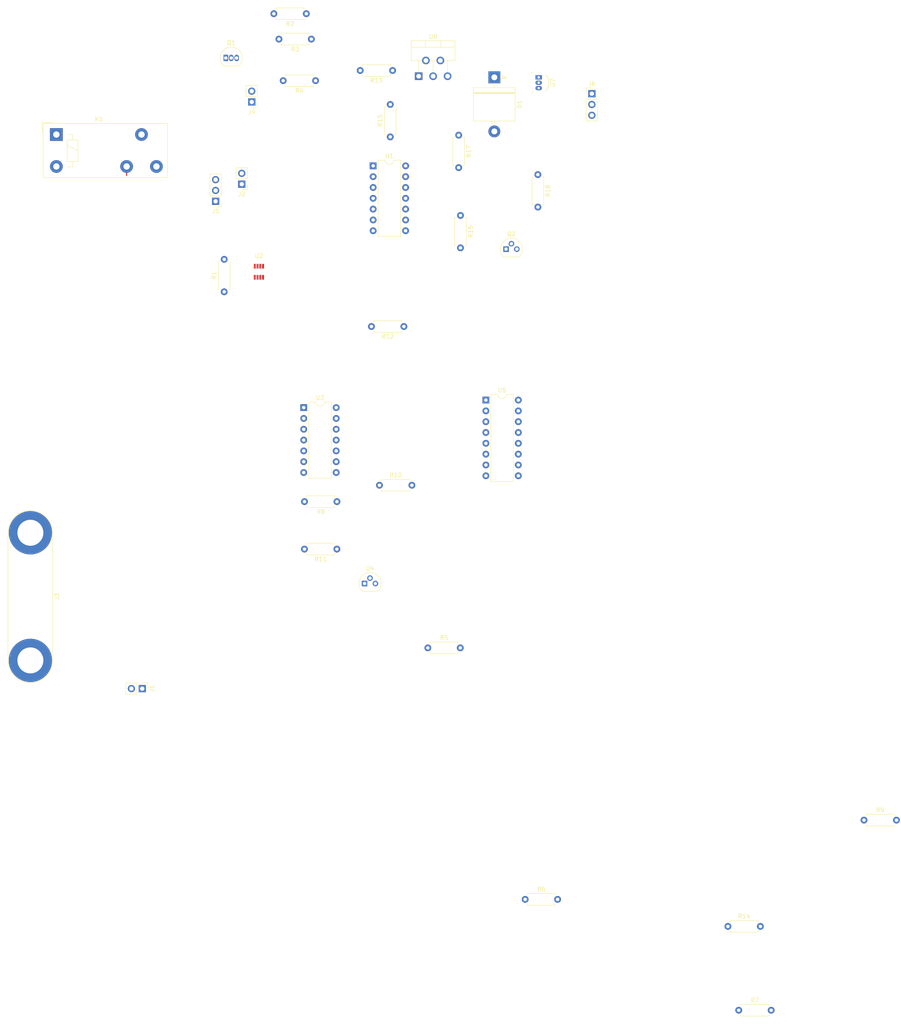
<source format=kicad_pcb>
(kicad_pcb (version 20171130) (host pcbnew 5.0.2-bee76a0~70~ubuntu18.10.1)

  (general
    (thickness 1.6)
    (drawings 0)
    (tracks 1)
    (zones 0)
    (modules 35)
    (nets 53)
  )

  (page A4)
  (title_block
    (date "jeu. 02 avril 2015")
  )

  (layers
    (0 F.Cu signal)
    (31 B.Cu signal)
    (32 B.Adhes user hide)
    (33 F.Adhes user hide)
    (34 B.Paste user hide)
    (35 F.Paste user hide)
    (36 B.SilkS user)
    (37 F.SilkS user)
    (38 B.Mask user hide)
    (39 F.Mask user hide)
    (40 Dwgs.User user hide)
    (41 Cmts.User user hide)
    (42 Eco1.User user hide)
    (43 Eco2.User user hide)
    (44 Edge.Cuts user hide)
    (45 Margin user)
    (46 B.CrtYd user hide)
    (47 F.CrtYd user)
    (48 B.Fab user hide)
    (49 F.Fab user)
  )

  (setup
    (last_trace_width 0.25)
    (trace_clearance 0.2)
    (zone_clearance 0.508)
    (zone_45_only no)
    (trace_min 0.2)
    (segment_width 0.15)
    (edge_width 0.1)
    (via_size 0.6)
    (via_drill 0.4)
    (via_min_size 0.4)
    (via_min_drill 0.3)
    (uvia_size 0.3)
    (uvia_drill 0.1)
    (uvias_allowed no)
    (uvia_min_size 0.2)
    (uvia_min_drill 0.1)
    (pcb_text_width 0.3)
    (pcb_text_size 1.5 1.5)
    (mod_edge_width 0.15)
    (mod_text_size 1 1)
    (mod_text_width 0.15)
    (pad_size 1.5 1.5)
    (pad_drill 0.6)
    (pad_to_mask_clearance 0)
    (solder_mask_min_width 0.25)
    (aux_axis_origin 138.176 110.617)
    (visible_elements FFFFFF7F)
    (pcbplotparams
      (layerselection 0x00030_80000001)
      (usegerberextensions false)
      (usegerberattributes false)
      (usegerberadvancedattributes false)
      (creategerberjobfile false)
      (excludeedgelayer true)
      (linewidth 0.100000)
      (plotframeref false)
      (viasonmask false)
      (mode 1)
      (useauxorigin false)
      (hpglpennumber 1)
      (hpglpenspeed 20)
      (hpglpendiameter 15.000000)
      (psnegative false)
      (psa4output false)
      (plotreference true)
      (plotvalue true)
      (plotinvisibletext false)
      (padsonsilk false)
      (subtractmaskfromsilk false)
      (outputformat 1)
      (mirror false)
      (drillshape 1)
      (scaleselection 1)
      (outputdirectory ""))
  )

  (net 0 "")
  (net 1 GND)
  (net 2 +5V)
  (net 3 "Net-(U3-Pad2)")
  (net 4 "Net-(U3-Pad6)")
  (net 5 "Net-(U3-Pad7)")
  (net 6 "Net-(U4-Pad3)")
  (net 7 "Net-(U5-Pad3)")
  (net 8 "Net-(K1-PadA1)")
  (net 9 "Net-(K1-PadA2)")
  (net 10 "Net-(K1-Pad14)")
  (net 11 "Net-(D1-Pad1)")
  (net 12 "Net-(R1-Pad1)")
  (net 13 +15V)
  (net 14 "Net-(U6-Pad1)")
  (net 15 "Net-(R10-Pad1)")
  (net 16 /Sheet5C1FCF32/I_Set)
  (net 17 /Sheet5C1FCF32/I_Out)
  (net 18 /Sheet5C1FCF32/V_Set)
  (net 19 "Net-(R6-Pad2)")
  (net 20 "Net-(R3-Pad1)")
  (net 21 /Sheet5C1FCF32/MOSI)
  (net 22 /Sheet5C1FCF32/DAC_CS)
  (net 23 /Sheet5C1FCF32/CLK)
  (net 24 "Net-(R15-Pad1)")
  (net 25 /Sheet5C1FCF32/V_ref)
  (net 26 /Sheet5C1FCF32/V_Out)
  (net 27 "Net-(Q1-Pad2)")
  (net 28 /Sheet5C1FCF32/ADC_CS)
  (net 29 "Net-(U5-Pad4)")
  (net 30 /Sheet5C1FCF32/MISO)
  (net 31 "Net-(U5-Pad5)")
  (net 32 "Net-(U5-Pad6)")
  (net 33 "Net-(U5-Pad7)")
  (net 34 "Net-(U5-Pad8)")
  (net 35 /Sheet5C1FCF32/SCL)
  (net 36 /Sheet5C1FCF32/SDA)
  (net 37 "Net-(Q2-Pad2)")
  (net 38 "Net-(R18-Pad1)")
  (net 39 +VDC)
  (net 40 "Net-(R5-Pad1)")
  (net 41 "Net-(Q1-Pad3)")
  (net 42 "Net-(R6-Pad1)")
  (net 43 "Net-(R12-Pad2)")
  (net 44 "Net-(R13-Pad1)")
  (net 45 "Net-(R14-Pad2)")
  (net 46 "Net-(Q2-Pad1)")
  (net 47 "Net-(R16-Pad2)")
  (net 48 "Net-(R8-Pad1)")
  (net 49 "Net-(J5-Pad1)")
  (net 50 "Net-(J5-Pad3)")
  (net 51 GNDD)
  (net 52 GNDA)

  (net_class Default "This is the default net class."
    (clearance 0.2)
    (trace_width 0.25)
    (via_dia 0.6)
    (via_drill 0.4)
    (uvia_dia 0.3)
    (uvia_drill 0.1)
    (add_net +15V)
    (add_net +5V)
    (add_net +VDC)
    (add_net /Sheet5C1FCF32/ADC_CS)
    (add_net /Sheet5C1FCF32/CLK)
    (add_net /Sheet5C1FCF32/DAC_CS)
    (add_net /Sheet5C1FCF32/I_Out)
    (add_net /Sheet5C1FCF32/I_Set)
    (add_net /Sheet5C1FCF32/MISO)
    (add_net /Sheet5C1FCF32/MOSI)
    (add_net /Sheet5C1FCF32/SCL)
    (add_net /Sheet5C1FCF32/SDA)
    (add_net /Sheet5C1FCF32/V_Out)
    (add_net /Sheet5C1FCF32/V_Set)
    (add_net /Sheet5C1FCF32/V_ref)
    (add_net GND)
    (add_net GNDA)
    (add_net GNDD)
    (add_net "Net-(D1-Pad1)")
    (add_net "Net-(J5-Pad1)")
    (add_net "Net-(J5-Pad3)")
    (add_net "Net-(K1-Pad14)")
    (add_net "Net-(K1-PadA1)")
    (add_net "Net-(K1-PadA2)")
    (add_net "Net-(Q1-Pad2)")
    (add_net "Net-(Q1-Pad3)")
    (add_net "Net-(Q2-Pad1)")
    (add_net "Net-(Q2-Pad2)")
    (add_net "Net-(R1-Pad1)")
    (add_net "Net-(R10-Pad1)")
    (add_net "Net-(R12-Pad2)")
    (add_net "Net-(R13-Pad1)")
    (add_net "Net-(R14-Pad2)")
    (add_net "Net-(R15-Pad1)")
    (add_net "Net-(R16-Pad2)")
    (add_net "Net-(R18-Pad1)")
    (add_net "Net-(R3-Pad1)")
    (add_net "Net-(R5-Pad1)")
    (add_net "Net-(R6-Pad1)")
    (add_net "Net-(R6-Pad2)")
    (add_net "Net-(R8-Pad1)")
    (add_net "Net-(U3-Pad2)")
    (add_net "Net-(U3-Pad6)")
    (add_net "Net-(U3-Pad7)")
    (add_net "Net-(U4-Pad3)")
    (add_net "Net-(U5-Pad3)")
    (add_net "Net-(U5-Pad4)")
    (add_net "Net-(U5-Pad5)")
    (add_net "Net-(U5-Pad6)")
    (add_net "Net-(U5-Pad7)")
    (add_net "Net-(U5-Pad8)")
    (add_net "Net-(U6-Pad1)")
  )

  (module digikey-footprints:SOT-23-8 (layer F.Cu) (tedit 5C13ED74) (tstamp 5C0FF722)
    (at 86.68512 74.87158)
    (descr http://www.ti.com/lit/ds/symlink/ina219.pdf)
    (path /5C1FCF33/5C1FF247)
    (fp_text reference U2 (at 0.025 -3.725) (layer F.SilkS)
      (effects (font (size 1 1) (thickness 0.15)))
    )
    (fp_text value INA219AIDCNR (at -0.025 3.875) (layer F.Fab)
      (effects (font (size 1 1) (thickness 0.15)))
    )
    (fp_line (start -1.8 -2.1) (end -1.8 2.1) (layer F.CrtYd) (width 0.05))
    (fp_line (start 1.8 2.1) (end -1.8 2.1) (layer F.CrtYd) (width 0.05))
    (fp_line (start 1.8 -2.1) (end 1.8 2.1) (layer F.CrtYd) (width 0.05))
    (fp_line (start -1.8 -2.1) (end 1.8 -2.1) (layer F.CrtYd) (width 0.05))
    (fp_line (start -1.625 0.55) (end -1.275 0.925) (layer F.SilkS) (width 0.1))
    (fp_line (start -1.275 0.925) (end -1.275 1.65) (layer F.SilkS) (width 0.1))
    (fp_line (start -1.275 -1) (end -1.625 -1) (layer F.SilkS) (width 0.1))
    (fp_line (start -1.625 -1) (end -1.625 -0.625) (layer F.SilkS) (width 0.1))
    (fp_line (start 1.625 0.625) (end 1.625 1) (layer F.SilkS) (width 0.1))
    (fp_line (start 1.625 1) (end 1.275 1) (layer F.SilkS) (width 0.1))
    (fp_line (start 1.275 -1) (end 1.625 -1) (layer F.SilkS) (width 0.1))
    (fp_line (start 1.625 -1) (end 1.625 -0.65) (layer F.SilkS) (width 0.1))
    (fp_text user %R (at 0.05 -0.1) (layer F.Fab)
      (effects (font (size 0.5 0.5) (thickness 0.075)))
    )
    (fp_line (start -1.5 -0.875) (end -1.5 0.525) (layer F.Fab) (width 0.1))
    (fp_line (start -1.175 0.875) (end 1.5 0.875) (layer F.Fab) (width 0.1))
    (fp_line (start -1.5 0.525) (end -1.175 0.875) (layer F.Fab) (width 0.1))
    (fp_line (start 1.5 -0.875) (end -1.5 -0.875) (layer F.Fab) (width 0.1))
    (fp_line (start 1.5 -0.875) (end 1.5 0.875) (layer F.Fab) (width 0.1))
    (pad 1 smd rect (at -0.975 -1.3) (size 0.45 1.1) (layers F.Cu F.Paste F.Mask)
      (net 20 "Net-(R3-Pad1)") (solder_mask_margin 0.05))
    (pad 2 smd rect (at -0.325 -1.3) (size 0.45 1.1) (layers F.Cu F.Paste F.Mask)
      (net 39 +VDC) (solder_mask_margin 0.05))
    (pad 3 smd rect (at 0.325 -1.3) (size 0.45 1.1) (layers F.Cu F.Paste F.Mask)
      (net 1 GND) (solder_mask_margin 0.05))
    (pad 4 smd rect (at 0.975 -1.3) (size 0.45 1.1) (layers F.Cu F.Paste F.Mask)
      (net 2 +5V) (solder_mask_margin 0.05))
    (pad 5 smd rect (at 0.975 1.3) (size 0.45 1.1) (layers F.Cu F.Paste F.Mask)
      (net 35 /Sheet5C1FCF32/SCL) (solder_mask_margin 0.05))
    (pad 6 smd rect (at 0.325 1.3) (size 0.45 1.1) (layers F.Cu F.Paste F.Mask)
      (net 36 /Sheet5C1FCF32/SDA) (solder_mask_margin 0.05))
    (pad 7 smd rect (at -0.325 1.3) (size 0.45 1.1) (layers F.Cu F.Paste F.Mask)
      (net 12 "Net-(R1-Pad1)") (solder_mask_margin 0.05))
    (pad 8 smd rect (at -0.975 1.3) (size 0.45 1.1) (layers F.Cu F.Paste F.Mask)
      (net 12 "Net-(R1-Pad1)") (solder_mask_margin 0.05))
  )

  (module Connector_PinHeader_2.54mm:PinHeader_1x02_P2.54mm_Vertical (layer F.Cu) (tedit 59FED5CC) (tstamp 5C21212D)
    (at 59.28106 172.76572 270)
    (descr "Through hole straight pin header, 1x02, 2.54mm pitch, single row")
    (tags "Through hole pin header THT 1x02 2.54mm single row")
    (path /5C2B8FE4)
    (fp_text reference J1 (at 0 -2.33 270) (layer F.SilkS)
      (effects (font (size 1 1) (thickness 0.15)))
    )
    (fp_text value Screw_Terminal_01x02 (at 0 4.87 270) (layer F.Fab)
      (effects (font (size 1 1) (thickness 0.15)))
    )
    (fp_line (start -0.635 -1.27) (end 1.27 -1.27) (layer F.Fab) (width 0.1))
    (fp_line (start 1.27 -1.27) (end 1.27 3.81) (layer F.Fab) (width 0.1))
    (fp_line (start 1.27 3.81) (end -1.27 3.81) (layer F.Fab) (width 0.1))
    (fp_line (start -1.27 3.81) (end -1.27 -0.635) (layer F.Fab) (width 0.1))
    (fp_line (start -1.27 -0.635) (end -0.635 -1.27) (layer F.Fab) (width 0.1))
    (fp_line (start -1.33 3.87) (end 1.33 3.87) (layer F.SilkS) (width 0.12))
    (fp_line (start -1.33 1.27) (end -1.33 3.87) (layer F.SilkS) (width 0.12))
    (fp_line (start 1.33 1.27) (end 1.33 3.87) (layer F.SilkS) (width 0.12))
    (fp_line (start -1.33 1.27) (end 1.33 1.27) (layer F.SilkS) (width 0.12))
    (fp_line (start -1.33 0) (end -1.33 -1.33) (layer F.SilkS) (width 0.12))
    (fp_line (start -1.33 -1.33) (end 0 -1.33) (layer F.SilkS) (width 0.12))
    (fp_line (start -1.8 -1.8) (end -1.8 4.35) (layer F.CrtYd) (width 0.05))
    (fp_line (start -1.8 4.35) (end 1.8 4.35) (layer F.CrtYd) (width 0.05))
    (fp_line (start 1.8 4.35) (end 1.8 -1.8) (layer F.CrtYd) (width 0.05))
    (fp_line (start 1.8 -1.8) (end -1.8 -1.8) (layer F.CrtYd) (width 0.05))
    (fp_text user %R (at 0 1.27) (layer F.Fab)
      (effects (font (size 1 1) (thickness 0.15)))
    )
    (pad 1 thru_hole rect (at 0 0 270) (size 1.7 1.7) (drill 1) (layers *.Cu *.Mask)
      (net 21 /Sheet5C1FCF32/MOSI))
    (pad 2 thru_hole oval (at 0 2.54 270) (size 1.7 1.7) (drill 1) (layers *.Cu *.Mask)
      (net 23 /Sheet5C1FCF32/CLK))
    (model ${KISYS3DMOD}/Connector_PinHeader_2.54mm.3dshapes/PinHeader_1x02_P2.54mm_Vertical.wrl
      (at (xyz 0 0 0))
      (scale (xyz 1 1 1))
      (rotate (xyz 0 0 0))
    )
  )

  (module Connector_PinHeader_2.54mm:PinHeader_1x02_P2.54mm_Vertical (layer F.Cu) (tedit 59FED5CC) (tstamp 5C212118)
    (at 85 35 180)
    (descr "Through hole straight pin header, 1x02, 2.54mm pitch, single row")
    (tags "Through hole pin header THT 1x02 2.54mm single row")
    (path /5C1FCF33/5C211D03)
    (fp_text reference J4 (at 0 -2.33 180) (layer F.SilkS)
      (effects (font (size 1 1) (thickness 0.15)))
    )
    (fp_text value Screw_Terminal_01x02 (at 0 4.87 180) (layer F.Fab)
      (effects (font (size 1 1) (thickness 0.15)))
    )
    (fp_text user %R (at 0 1.27 270) (layer F.Fab)
      (effects (font (size 1 1) (thickness 0.15)))
    )
    (fp_line (start 1.8 -1.8) (end -1.8 -1.8) (layer F.CrtYd) (width 0.05))
    (fp_line (start 1.8 4.35) (end 1.8 -1.8) (layer F.CrtYd) (width 0.05))
    (fp_line (start -1.8 4.35) (end 1.8 4.35) (layer F.CrtYd) (width 0.05))
    (fp_line (start -1.8 -1.8) (end -1.8 4.35) (layer F.CrtYd) (width 0.05))
    (fp_line (start -1.33 -1.33) (end 0 -1.33) (layer F.SilkS) (width 0.12))
    (fp_line (start -1.33 0) (end -1.33 -1.33) (layer F.SilkS) (width 0.12))
    (fp_line (start -1.33 1.27) (end 1.33 1.27) (layer F.SilkS) (width 0.12))
    (fp_line (start 1.33 1.27) (end 1.33 3.87) (layer F.SilkS) (width 0.12))
    (fp_line (start -1.33 1.27) (end -1.33 3.87) (layer F.SilkS) (width 0.12))
    (fp_line (start -1.33 3.87) (end 1.33 3.87) (layer F.SilkS) (width 0.12))
    (fp_line (start -1.27 -0.635) (end -0.635 -1.27) (layer F.Fab) (width 0.1))
    (fp_line (start -1.27 3.81) (end -1.27 -0.635) (layer F.Fab) (width 0.1))
    (fp_line (start 1.27 3.81) (end -1.27 3.81) (layer F.Fab) (width 0.1))
    (fp_line (start 1.27 -1.27) (end 1.27 3.81) (layer F.Fab) (width 0.1))
    (fp_line (start -0.635 -1.27) (end 1.27 -1.27) (layer F.Fab) (width 0.1))
    (pad 2 thru_hole oval (at 0 2.54 180) (size 1.7 1.7) (drill 1) (layers *.Cu *.Mask)
      (net 39 +VDC))
    (pad 1 thru_hole rect (at 0 0 180) (size 1.7 1.7) (drill 1) (layers *.Cu *.Mask)
      (net 52 GNDA))
    (model ${KISYS3DMOD}/Connector_PinHeader_2.54mm.3dshapes/PinHeader_1x02_P2.54mm_Vertical.wrl
      (at (xyz 0 0 0))
      (scale (xyz 1 1 1))
      (rotate (xyz 0 0 0))
    )
  )

  (module Connector_PinHeader_2.54mm:PinHeader_1x02_P2.54mm_Vertical (layer F.Cu) (tedit 59FED5CC) (tstamp 5C212AA8)
    (at 82.65922 54.30012 180)
    (descr "Through hole straight pin header, 1x02, 2.54mm pitch, single row")
    (tags "Through hole pin header THT 1x02 2.54mm single row")
    (path /5C1FCF33/5C161534)
    (fp_text reference J2 (at 0 -2.33 180) (layer F.SilkS)
      (effects (font (size 1 1) (thickness 0.15)))
    )
    (fp_text value Screw_Terminal_01x02 (at 0 4.87 180) (layer F.Fab)
      (effects (font (size 1 1) (thickness 0.15)))
    )
    (fp_line (start -0.635 -1.27) (end 1.27 -1.27) (layer F.Fab) (width 0.1))
    (fp_line (start 1.27 -1.27) (end 1.27 3.81) (layer F.Fab) (width 0.1))
    (fp_line (start 1.27 3.81) (end -1.27 3.81) (layer F.Fab) (width 0.1))
    (fp_line (start -1.27 3.81) (end -1.27 -0.635) (layer F.Fab) (width 0.1))
    (fp_line (start -1.27 -0.635) (end -0.635 -1.27) (layer F.Fab) (width 0.1))
    (fp_line (start -1.33 3.87) (end 1.33 3.87) (layer F.SilkS) (width 0.12))
    (fp_line (start -1.33 1.27) (end -1.33 3.87) (layer F.SilkS) (width 0.12))
    (fp_line (start 1.33 1.27) (end 1.33 3.87) (layer F.SilkS) (width 0.12))
    (fp_line (start -1.33 1.27) (end 1.33 1.27) (layer F.SilkS) (width 0.12))
    (fp_line (start -1.33 0) (end -1.33 -1.33) (layer F.SilkS) (width 0.12))
    (fp_line (start -1.33 -1.33) (end 0 -1.33) (layer F.SilkS) (width 0.12))
    (fp_line (start -1.8 -1.8) (end -1.8 4.35) (layer F.CrtYd) (width 0.05))
    (fp_line (start -1.8 4.35) (end 1.8 4.35) (layer F.CrtYd) (width 0.05))
    (fp_line (start 1.8 4.35) (end 1.8 -1.8) (layer F.CrtYd) (width 0.05))
    (fp_line (start 1.8 -1.8) (end -1.8 -1.8) (layer F.CrtYd) (width 0.05))
    (fp_text user %R (at 0 1.27 270) (layer F.Fab)
      (effects (font (size 1 1) (thickness 0.15)))
    )
    (pad 1 thru_hole rect (at 0 0 180) (size 1.7 1.7) (drill 1) (layers *.Cu *.Mask)
      (net 1 GND))
    (pad 2 thru_hole oval (at 0 2.54 180) (size 1.7 1.7) (drill 1) (layers *.Cu *.Mask)
      (net 13 +15V))
    (model ${KISYS3DMOD}/Connector_PinHeader_2.54mm.3dshapes/PinHeader_1x02_P2.54mm_Vertical.wrl
      (at (xyz 0 0 0))
      (scale (xyz 1 1 1))
      (rotate (xyz 0 0 0))
    )
  )

  (module Connector_PinHeader_2.54mm:PinHeader_1x03_P2.54mm_Vertical (layer F.Cu) (tedit 59FED5CC) (tstamp 5C2120ED)
    (at 164.88918 33.05556)
    (descr "Through hole straight pin header, 1x03, 2.54mm pitch, single row")
    (tags "Through hole pin header THT 1x03 2.54mm single row")
    (path /5C1FCF33/5C200FDC)
    (fp_text reference J6 (at 0 -2.33) (layer F.SilkS)
      (effects (font (size 1 1) (thickness 0.15)))
    )
    (fp_text value Screw_Terminal_01x03 (at 0 7.41) (layer F.Fab)
      (effects (font (size 1 1) (thickness 0.15)))
    )
    (fp_text user %R (at 0 2.54 90) (layer F.Fab)
      (effects (font (size 1 1) (thickness 0.15)))
    )
    (fp_line (start 1.8 -1.8) (end -1.8 -1.8) (layer F.CrtYd) (width 0.05))
    (fp_line (start 1.8 6.85) (end 1.8 -1.8) (layer F.CrtYd) (width 0.05))
    (fp_line (start -1.8 6.85) (end 1.8 6.85) (layer F.CrtYd) (width 0.05))
    (fp_line (start -1.8 -1.8) (end -1.8 6.85) (layer F.CrtYd) (width 0.05))
    (fp_line (start -1.33 -1.33) (end 0 -1.33) (layer F.SilkS) (width 0.12))
    (fp_line (start -1.33 0) (end -1.33 -1.33) (layer F.SilkS) (width 0.12))
    (fp_line (start -1.33 1.27) (end 1.33 1.27) (layer F.SilkS) (width 0.12))
    (fp_line (start 1.33 1.27) (end 1.33 6.41) (layer F.SilkS) (width 0.12))
    (fp_line (start -1.33 1.27) (end -1.33 6.41) (layer F.SilkS) (width 0.12))
    (fp_line (start -1.33 6.41) (end 1.33 6.41) (layer F.SilkS) (width 0.12))
    (fp_line (start -1.27 -0.635) (end -0.635 -1.27) (layer F.Fab) (width 0.1))
    (fp_line (start -1.27 6.35) (end -1.27 -0.635) (layer F.Fab) (width 0.1))
    (fp_line (start 1.27 6.35) (end -1.27 6.35) (layer F.Fab) (width 0.1))
    (fp_line (start 1.27 -1.27) (end 1.27 6.35) (layer F.Fab) (width 0.1))
    (fp_line (start -0.635 -1.27) (end 1.27 -1.27) (layer F.Fab) (width 0.1))
    (pad 3 thru_hole oval (at 0 5.08) (size 1.7 1.7) (drill 1) (layers *.Cu *.Mask)
      (net 1 GND))
    (pad 2 thru_hole oval (at 0 2.54) (size 1.7 1.7) (drill 1) (layers *.Cu *.Mask)
      (net 26 /Sheet5C1FCF32/V_Out))
    (pad 1 thru_hole rect (at 0 0) (size 1.7 1.7) (drill 1) (layers *.Cu *.Mask)
      (net 11 "Net-(D1-Pad1)"))
    (model ${KISYS3DMOD}/Connector_PinHeader_2.54mm.3dshapes/PinHeader_1x03_P2.54mm_Vertical.wrl
      (at (xyz 0 0 0))
      (scale (xyz 1 1 1))
      (rotate (xyz 0 0 0))
    )
  )

  (module Connector_PinHeader_2.54mm:PinHeader_1x03_P2.54mm_Vertical (layer F.Cu) (tedit 59FED5CC) (tstamp 5C2120D7)
    (at 76.5175 58.3184 180)
    (descr "Through hole straight pin header, 1x03, 2.54mm pitch, single row")
    (tags "Through hole pin header THT 1x03 2.54mm single row")
    (path /5C1FCF33/5C211C71)
    (fp_text reference J5 (at 0 -2.33 180) (layer F.SilkS)
      (effects (font (size 1 1) (thickness 0.15)))
    )
    (fp_text value Screw_Terminal_01x02 (at 0 7.41 180) (layer F.Fab)
      (effects (font (size 1 1) (thickness 0.15)))
    )
    (fp_line (start -0.635 -1.27) (end 1.27 -1.27) (layer F.Fab) (width 0.1))
    (fp_line (start 1.27 -1.27) (end 1.27 6.35) (layer F.Fab) (width 0.1))
    (fp_line (start 1.27 6.35) (end -1.27 6.35) (layer F.Fab) (width 0.1))
    (fp_line (start -1.27 6.35) (end -1.27 -0.635) (layer F.Fab) (width 0.1))
    (fp_line (start -1.27 -0.635) (end -0.635 -1.27) (layer F.Fab) (width 0.1))
    (fp_line (start -1.33 6.41) (end 1.33 6.41) (layer F.SilkS) (width 0.12))
    (fp_line (start -1.33 1.27) (end -1.33 6.41) (layer F.SilkS) (width 0.12))
    (fp_line (start 1.33 1.27) (end 1.33 6.41) (layer F.SilkS) (width 0.12))
    (fp_line (start -1.33 1.27) (end 1.33 1.27) (layer F.SilkS) (width 0.12))
    (fp_line (start -1.33 0) (end -1.33 -1.33) (layer F.SilkS) (width 0.12))
    (fp_line (start -1.33 -1.33) (end 0 -1.33) (layer F.SilkS) (width 0.12))
    (fp_line (start -1.8 -1.8) (end -1.8 6.85) (layer F.CrtYd) (width 0.05))
    (fp_line (start -1.8 6.85) (end 1.8 6.85) (layer F.CrtYd) (width 0.05))
    (fp_line (start 1.8 6.85) (end 1.8 -1.8) (layer F.CrtYd) (width 0.05))
    (fp_line (start 1.8 -1.8) (end -1.8 -1.8) (layer F.CrtYd) (width 0.05))
    (fp_text user %R (at 0 2.54 270) (layer F.Fab)
      (effects (font (size 1 1) (thickness 0.15)))
    )
    (pad 1 thru_hole rect (at 0 0 180) (size 1.7 1.7) (drill 1) (layers *.Cu *.Mask)
      (net 49 "Net-(J5-Pad1)"))
    (pad 2 thru_hole oval (at 0 2.54 180) (size 1.7 1.7) (drill 1) (layers *.Cu *.Mask)
      (net 1 GND))
    (pad 3 thru_hole oval (at 0 5.08 180) (size 1.7 1.7) (drill 1) (layers *.Cu *.Mask)
      (net 50 "Net-(J5-Pad3)"))
    (model ${KISYS3DMOD}/Connector_PinHeader_2.54mm.3dshapes/PinHeader_1x03_P2.54mm_Vertical.wrl
      (at (xyz 0 0 0))
      (scale (xyz 1 1 1))
      (rotate (xyz 0 0 0))
    )
  )

  (module Package_TO_SOT_THT:TO-92 (layer F.Cu) (tedit 5A279852) (tstamp 5C2146CE)
    (at 144.7292 69.5579)
    (descr "TO-92 leads molded, narrow, drill 0.75mm (see NXP sot054_po.pdf)")
    (tags "to-92 sc-43 sc-43a sot54 PA33 transistor")
    (path /5C1FCF33/5C1FF34B)
    (fp_text reference Q2 (at 1.27 -3.56) (layer F.SilkS)
      (effects (font (size 1 1) (thickness 0.15)))
    )
    (fp_text value Q_NPN_BCE (at 1.27 2.79) (layer F.Fab)
      (effects (font (size 1 1) (thickness 0.15)))
    )
    (fp_text user %R (at 1.27 -3.56) (layer F.Fab)
      (effects (font (size 1 1) (thickness 0.15)))
    )
    (fp_line (start -0.53 1.85) (end 3.07 1.85) (layer F.SilkS) (width 0.12))
    (fp_line (start -0.5 1.75) (end 3 1.75) (layer F.Fab) (width 0.1))
    (fp_line (start -1.46 -2.73) (end 4 -2.73) (layer F.CrtYd) (width 0.05))
    (fp_line (start -1.46 -2.73) (end -1.46 2.01) (layer F.CrtYd) (width 0.05))
    (fp_line (start 4 2.01) (end 4 -2.73) (layer F.CrtYd) (width 0.05))
    (fp_line (start 4 2.01) (end -1.46 2.01) (layer F.CrtYd) (width 0.05))
    (fp_arc (start 1.27 0) (end 1.27 -2.48) (angle 135) (layer F.Fab) (width 0.1))
    (fp_arc (start 1.27 0) (end 1.27 -2.6) (angle -135) (layer F.SilkS) (width 0.12))
    (fp_arc (start 1.27 0) (end 1.27 -2.48) (angle -135) (layer F.Fab) (width 0.1))
    (fp_arc (start 1.27 0) (end 1.27 -2.6) (angle 135) (layer F.SilkS) (width 0.12))
    (pad 2 thru_hole circle (at 1.27 -1.27 90) (size 1.3 1.3) (drill 0.75) (layers *.Cu *.Mask)
      (net 37 "Net-(Q2-Pad2)"))
    (pad 3 thru_hole circle (at 2.54 0 90) (size 1.3 1.3) (drill 0.75) (layers *.Cu *.Mask)
      (net 1 GND))
    (pad 1 thru_hole rect (at 0 0 90) (size 1.3 1.3) (drill 0.75) (layers *.Cu *.Mask)
      (net 46 "Net-(Q2-Pad1)"))
    (model ${KISYS3DMOD}/Package_TO_SOT_THT.3dshapes/TO-92.wrl
      (at (xyz 0 0 0))
      (scale (xyz 1 1 1))
      (rotate (xyz 0 0 0))
    )
  )

  (module Package_TO_SOT_THT:TO-92_Inline (layer F.Cu) (tedit 5A1DD157) (tstamp 5C213B16)
    (at 78.91526 24.66848)
    (descr "TO-92 leads in-line, narrow, oval pads, drill 0.75mm (see NXP sot054_po.pdf)")
    (tags "to-92 sc-43 sc-43a sot54 PA33 transistor")
    (path /5C1FCF33/5C108EC8)
    (fp_text reference Q1 (at 1.27 -3.56) (layer F.SilkS)
      (effects (font (size 1 1) (thickness 0.15)))
    )
    (fp_text value BC327 (at 1.27 2.79) (layer F.Fab)
      (effects (font (size 1 1) (thickness 0.15)))
    )
    (fp_text user %R (at 1.27 -3.56) (layer F.Fab)
      (effects (font (size 1 1) (thickness 0.15)))
    )
    (fp_line (start -0.53 1.85) (end 3.07 1.85) (layer F.SilkS) (width 0.12))
    (fp_line (start -0.5 1.75) (end 3 1.75) (layer F.Fab) (width 0.1))
    (fp_line (start -1.46 -2.73) (end 4 -2.73) (layer F.CrtYd) (width 0.05))
    (fp_line (start -1.46 -2.73) (end -1.46 2.01) (layer F.CrtYd) (width 0.05))
    (fp_line (start 4 2.01) (end 4 -2.73) (layer F.CrtYd) (width 0.05))
    (fp_line (start 4 2.01) (end -1.46 2.01) (layer F.CrtYd) (width 0.05))
    (fp_arc (start 1.27 0) (end 1.27 -2.48) (angle 135) (layer F.Fab) (width 0.1))
    (fp_arc (start 1.27 0) (end 1.27 -2.6) (angle -135) (layer F.SilkS) (width 0.12))
    (fp_arc (start 1.27 0) (end 1.27 -2.48) (angle -135) (layer F.Fab) (width 0.1))
    (fp_arc (start 1.27 0) (end 1.27 -2.6) (angle 135) (layer F.SilkS) (width 0.12))
    (pad 2 thru_hole oval (at 1.27 0) (size 1.05 1.5) (drill 0.75) (layers *.Cu *.Mask)
      (net 27 "Net-(Q1-Pad2)"))
    (pad 3 thru_hole oval (at 2.54 0) (size 1.05 1.5) (drill 0.75) (layers *.Cu *.Mask)
      (net 41 "Net-(Q1-Pad3)"))
    (pad 1 thru_hole rect (at 0 0) (size 1.05 1.5) (drill 0.75) (layers *.Cu *.Mask)
      (net 50 "Net-(J5-Pad3)"))
    (model ${KISYS3DMOD}/Package_TO_SOT_THT.3dshapes/TO-92_Inline.wrl
      (at (xyz 0 0 0))
      (scale (xyz 1 1 1))
      (rotate (xyz 0 0 0))
    )
  )

  (module Resistor_THT:R_Axial_DIN0207_L6.3mm_D2.5mm_P7.62mm_Horizontal (layer F.Cu) (tedit 5AE5139B) (tstamp 5C20BF21)
    (at 152.2095 52.0573 270)
    (descr "Resistor, Axial_DIN0207 series, Axial, Horizontal, pin pitch=7.62mm, 0.25W = 1/4W, length*diameter=6.3*2.5mm^2, http://cdn-reichelt.de/documents/datenblatt/B400/1_4W%23YAG.pdf")
    (tags "Resistor Axial_DIN0207 series Axial Horizontal pin pitch 7.62mm 0.25W = 1/4W length 6.3mm diameter 2.5mm")
    (path /5C1FCF33/5C1FF316)
    (fp_text reference R18 (at 3.81 -2.37 270) (layer F.SilkS)
      (effects (font (size 1 1) (thickness 0.15)))
    )
    (fp_text value 82R (at 3.81 2.37 270) (layer F.Fab)
      (effects (font (size 1 1) (thickness 0.15)))
    )
    (fp_line (start 0.66 -1.25) (end 0.66 1.25) (layer F.Fab) (width 0.1))
    (fp_line (start 0.66 1.25) (end 6.96 1.25) (layer F.Fab) (width 0.1))
    (fp_line (start 6.96 1.25) (end 6.96 -1.25) (layer F.Fab) (width 0.1))
    (fp_line (start 6.96 -1.25) (end 0.66 -1.25) (layer F.Fab) (width 0.1))
    (fp_line (start 0 0) (end 0.66 0) (layer F.Fab) (width 0.1))
    (fp_line (start 7.62 0) (end 6.96 0) (layer F.Fab) (width 0.1))
    (fp_line (start 0.54 -1.04) (end 0.54 -1.37) (layer F.SilkS) (width 0.12))
    (fp_line (start 0.54 -1.37) (end 7.08 -1.37) (layer F.SilkS) (width 0.12))
    (fp_line (start 7.08 -1.37) (end 7.08 -1.04) (layer F.SilkS) (width 0.12))
    (fp_line (start 0.54 1.04) (end 0.54 1.37) (layer F.SilkS) (width 0.12))
    (fp_line (start 0.54 1.37) (end 7.08 1.37) (layer F.SilkS) (width 0.12))
    (fp_line (start 7.08 1.37) (end 7.08 1.04) (layer F.SilkS) (width 0.12))
    (fp_line (start -1.05 -1.5) (end -1.05 1.5) (layer F.CrtYd) (width 0.05))
    (fp_line (start -1.05 1.5) (end 8.67 1.5) (layer F.CrtYd) (width 0.05))
    (fp_line (start 8.67 1.5) (end 8.67 -1.5) (layer F.CrtYd) (width 0.05))
    (fp_line (start 8.67 -1.5) (end -1.05 -1.5) (layer F.CrtYd) (width 0.05))
    (fp_text user %R (at 3.81 0 270) (layer F.Fab)
      (effects (font (size 1 1) (thickness 0.15)))
    )
    (pad 1 thru_hole circle (at 0 0 270) (size 1.6 1.6) (drill 0.8) (layers *.Cu *.Mask)
      (net 38 "Net-(R18-Pad1)"))
    (pad 2 thru_hole oval (at 7.62 0 270) (size 1.6 1.6) (drill 0.8) (layers *.Cu *.Mask)
      (net 1 GND))
    (model ${KISYS3DMOD}/Resistor_THT.3dshapes/R_Axial_DIN0207_L6.3mm_D2.5mm_P7.62mm_Horizontal.wrl
      (at (xyz 0 0 0))
      (scale (xyz 1 1 1))
      (rotate (xyz 0 0 0))
    )
  )

  (module Resistor_THT:R_Axial_DIN0207_L6.3mm_D2.5mm_P7.62mm_Horizontal (layer F.Cu) (tedit 5AE5139B) (tstamp 5C20BEB0)
    (at 133.60908 42.799 270)
    (descr "Resistor, Axial_DIN0207 series, Axial, Horizontal, pin pitch=7.62mm, 0.25W = 1/4W, length*diameter=6.3*2.5mm^2, http://cdn-reichelt.de/documents/datenblatt/B400/1_4W%23YAG.pdf")
    (tags "Resistor Axial_DIN0207 series Axial Horizontal pin pitch 7.62mm 0.25W = 1/4W length 6.3mm diameter 2.5mm")
    (path /5C1FCF33/5C1FF384)
    (fp_text reference R17 (at 3.81 -2.37 270) (layer F.SilkS)
      (effects (font (size 1 1) (thickness 0.15)))
    )
    (fp_text value 10kR (at 3.81 2.37 270) (layer F.Fab)
      (effects (font (size 1 1) (thickness 0.15)))
    )
    (fp_text user %R (at 3.81 0 270) (layer F.Fab)
      (effects (font (size 1 1) (thickness 0.15)))
    )
    (fp_line (start 8.67 -1.5) (end -1.05 -1.5) (layer F.CrtYd) (width 0.05))
    (fp_line (start 8.67 1.5) (end 8.67 -1.5) (layer F.CrtYd) (width 0.05))
    (fp_line (start -1.05 1.5) (end 8.67 1.5) (layer F.CrtYd) (width 0.05))
    (fp_line (start -1.05 -1.5) (end -1.05 1.5) (layer F.CrtYd) (width 0.05))
    (fp_line (start 7.08 1.37) (end 7.08 1.04) (layer F.SilkS) (width 0.12))
    (fp_line (start 0.54 1.37) (end 7.08 1.37) (layer F.SilkS) (width 0.12))
    (fp_line (start 0.54 1.04) (end 0.54 1.37) (layer F.SilkS) (width 0.12))
    (fp_line (start 7.08 -1.37) (end 7.08 -1.04) (layer F.SilkS) (width 0.12))
    (fp_line (start 0.54 -1.37) (end 7.08 -1.37) (layer F.SilkS) (width 0.12))
    (fp_line (start 0.54 -1.04) (end 0.54 -1.37) (layer F.SilkS) (width 0.12))
    (fp_line (start 7.62 0) (end 6.96 0) (layer F.Fab) (width 0.1))
    (fp_line (start 0 0) (end 0.66 0) (layer F.Fab) (width 0.1))
    (fp_line (start 6.96 -1.25) (end 0.66 -1.25) (layer F.Fab) (width 0.1))
    (fp_line (start 6.96 1.25) (end 6.96 -1.25) (layer F.Fab) (width 0.1))
    (fp_line (start 0.66 1.25) (end 6.96 1.25) (layer F.Fab) (width 0.1))
    (fp_line (start 0.66 -1.25) (end 0.66 1.25) (layer F.Fab) (width 0.1))
    (pad 2 thru_hole oval (at 7.62 0 270) (size 1.6 1.6) (drill 0.8) (layers *.Cu *.Mask)
      (net 37 "Net-(Q2-Pad2)"))
    (pad 1 thru_hole circle (at 0 0 270) (size 1.6 1.6) (drill 0.8) (layers *.Cu *.Mask)
      (net 24 "Net-(R15-Pad1)"))
    (model ${KISYS3DMOD}/Resistor_THT.3dshapes/R_Axial_DIN0207_L6.3mm_D2.5mm_P7.62mm_Horizontal.wrl
      (at (xyz 0 0 0))
      (scale (xyz 1 1 1))
      (rotate (xyz 0 0 0))
    )
  )

  (module Resistor_THT:R_Axial_DIN0207_L6.3mm_D2.5mm_P7.62mm_Horizontal (layer F.Cu) (tedit 5AE5139B) (tstamp 5C20B80D)
    (at 134.03072 61.64326 270)
    (descr "Resistor, Axial_DIN0207 series, Axial, Horizontal, pin pitch=7.62mm, 0.25W = 1/4W, length*diameter=6.3*2.5mm^2, http://cdn-reichelt.de/documents/datenblatt/B400/1_4W%23YAG.pdf")
    (tags "Resistor Axial_DIN0207 series Axial Horizontal pin pitch 7.62mm 0.25W = 1/4W length 6.3mm diameter 2.5mm")
    (path /5C1FCF33/5C1FF37C)
    (fp_text reference R16 (at 3.81 -2.37 270) (layer F.SilkS)
      (effects (font (size 1 1) (thickness 0.15)))
    )
    (fp_text value 10kR (at 3.81 2.37 270) (layer F.Fab)
      (effects (font (size 1 1) (thickness 0.15)))
    )
    (fp_line (start 0.66 -1.25) (end 0.66 1.25) (layer F.Fab) (width 0.1))
    (fp_line (start 0.66 1.25) (end 6.96 1.25) (layer F.Fab) (width 0.1))
    (fp_line (start 6.96 1.25) (end 6.96 -1.25) (layer F.Fab) (width 0.1))
    (fp_line (start 6.96 -1.25) (end 0.66 -1.25) (layer F.Fab) (width 0.1))
    (fp_line (start 0 0) (end 0.66 0) (layer F.Fab) (width 0.1))
    (fp_line (start 7.62 0) (end 6.96 0) (layer F.Fab) (width 0.1))
    (fp_line (start 0.54 -1.04) (end 0.54 -1.37) (layer F.SilkS) (width 0.12))
    (fp_line (start 0.54 -1.37) (end 7.08 -1.37) (layer F.SilkS) (width 0.12))
    (fp_line (start 7.08 -1.37) (end 7.08 -1.04) (layer F.SilkS) (width 0.12))
    (fp_line (start 0.54 1.04) (end 0.54 1.37) (layer F.SilkS) (width 0.12))
    (fp_line (start 0.54 1.37) (end 7.08 1.37) (layer F.SilkS) (width 0.12))
    (fp_line (start 7.08 1.37) (end 7.08 1.04) (layer F.SilkS) (width 0.12))
    (fp_line (start -1.05 -1.5) (end -1.05 1.5) (layer F.CrtYd) (width 0.05))
    (fp_line (start -1.05 1.5) (end 8.67 1.5) (layer F.CrtYd) (width 0.05))
    (fp_line (start 8.67 1.5) (end 8.67 -1.5) (layer F.CrtYd) (width 0.05))
    (fp_line (start 8.67 -1.5) (end -1.05 -1.5) (layer F.CrtYd) (width 0.05))
    (fp_text user %R (at 3.81 0 270) (layer F.Fab)
      (effects (font (size 1 1) (thickness 0.15)))
    )
    (pad 1 thru_hole circle (at 0 0 270) (size 1.6 1.6) (drill 0.8) (layers *.Cu *.Mask)
      (net 37 "Net-(Q2-Pad2)"))
    (pad 2 thru_hole oval (at 7.62 0 270) (size 1.6 1.6) (drill 0.8) (layers *.Cu *.Mask)
      (net 47 "Net-(R16-Pad2)"))
    (model ${KISYS3DMOD}/Resistor_THT.3dshapes/R_Axial_DIN0207_L6.3mm_D2.5mm_P7.62mm_Horizontal.wrl
      (at (xyz 0 0 0))
      (scale (xyz 1 1 1))
      (rotate (xyz 0 0 0))
    )
  )

  (module Connector:Banana_Jack_2Pin (layer F.Cu) (tedit 5A1AB217) (tstamp 5C1C9878)
    (at 33.00984 136.16432 270)
    (descr "Dual banana socket, footprint - 2 x 6mm drills")
    (tags "banana socket")
    (path /5C1FCF33/5C293627)
    (fp_text reference J3 (at 14.985 -6.24 270) (layer F.SilkS)
      (effects (font (size 1 1) (thickness 0.15)))
    )
    (fp_text value Barrel_Jack (at 14.985 6.29 270) (layer F.Fab)
      (effects (font (size 1 1) (thickness 0.15)))
    )
    (fp_text user %R (at 14.985 0 270) (layer F.Fab)
      (effects (font (size 1 1) (thickness 0.15)))
    )
    (fp_line (start 30 -5.5) (end 0 -5.5) (layer F.CrtYd) (width 0.05))
    (fp_line (start 0 5.5) (end 30 5.5) (layer F.CrtYd) (width 0.05))
    (fp_line (start 0 5.25) (end 30 5.25) (layer F.SilkS) (width 0.12))
    (fp_line (start 30 -5.25) (end 0 -5.25) (layer F.SilkS) (width 0.12))
    (fp_circle (center 30 0) (end 32 0) (layer F.Fab) (width 0.1))
    (fp_circle (center 0 0) (end 2 0) (layer F.Fab) (width 0.1))
    (fp_circle (center 0 0) (end 4.75 0) (layer F.Fab) (width 0.1))
    (fp_circle (center 30 0) (end 34.75 0) (layer F.Fab) (width 0.1))
    (fp_arc (start 0 0) (end 0 5.5) (angle 180) (layer F.CrtYd) (width 0.05))
    (fp_arc (start 30 0) (end 30 -5.5) (angle 180) (layer F.CrtYd) (width 0.05))
    (fp_arc (start 30 0) (end 30 -5.25) (angle 180) (layer F.SilkS) (width 0.12))
    (fp_arc (start 0 0) (end 0 5.25) (angle 180) (layer F.SilkS) (width 0.12))
    (pad 1 thru_hole circle (at 0 0 270) (size 10.16 10.16) (drill 6.1) (layers *.Cu *.Mask)
      (net 2 +5V))
    (pad 2 thru_hole circle (at 29.97 0 270) (size 10.16 10.16) (drill 6.1) (layers *.Cu *.Mask)
      (net 51 GNDD))
    (model ${KISYS3DMOD}/Connector.3dshapes/Banana_Jack_2Pin.wrl
      (offset (xyz 14.98599977493286 0 0))
      (scale (xyz 2 2 2))
      (rotate (xyz 0 0 0))
    )
  )

  (module Diode_THT:D_5KP_P12.70mm_Horizontal (layer F.Cu) (tedit 5AE50CD5) (tstamp 5C1C9810)
    (at 141.986 29.21 270)
    (descr "Diode, 5KP series, Axial, Horizontal, pin pitch=12.7mm, , length*diameter=7.62*9.53mm^2, , http://www.diodes.com/_files/packages/8686949.gif")
    (tags "Diode 5KP series Axial Horizontal pin pitch 12.7mm  length 7.62mm diameter 9.53mm")
    (path /5C1FCF33/5C1FF327)
    (fp_text reference D1 (at 6.35 -5.885 270) (layer F.SilkS)
      (effects (font (size 1 1) (thickness 0.15)))
    )
    (fp_text value D_Schottky (at 6.35 5.885 270) (layer F.Fab)
      (effects (font (size 1 1) (thickness 0.15)))
    )
    (fp_line (start 2.54 -4.765) (end 2.54 4.765) (layer F.Fab) (width 0.1))
    (fp_line (start 2.54 4.765) (end 10.16 4.765) (layer F.Fab) (width 0.1))
    (fp_line (start 10.16 4.765) (end 10.16 -4.765) (layer F.Fab) (width 0.1))
    (fp_line (start 10.16 -4.765) (end 2.54 -4.765) (layer F.Fab) (width 0.1))
    (fp_line (start 0 0) (end 2.54 0) (layer F.Fab) (width 0.1))
    (fp_line (start 12.7 0) (end 10.16 0) (layer F.Fab) (width 0.1))
    (fp_line (start 3.683 -4.765) (end 3.683 4.765) (layer F.Fab) (width 0.1))
    (fp_line (start 3.783 -4.765) (end 3.783 4.765) (layer F.Fab) (width 0.1))
    (fp_line (start 3.583 -4.765) (end 3.583 4.765) (layer F.Fab) (width 0.1))
    (fp_line (start 2.42 -4.885) (end 2.42 4.885) (layer F.SilkS) (width 0.12))
    (fp_line (start 2.42 4.885) (end 10.28 4.885) (layer F.SilkS) (width 0.12))
    (fp_line (start 10.28 4.885) (end 10.28 -4.885) (layer F.SilkS) (width 0.12))
    (fp_line (start 10.28 -4.885) (end 2.42 -4.885) (layer F.SilkS) (width 0.12))
    (fp_line (start 1.64 0) (end 2.42 0) (layer F.SilkS) (width 0.12))
    (fp_line (start 11.06 0) (end 10.28 0) (layer F.SilkS) (width 0.12))
    (fp_line (start 3.683 -4.885) (end 3.683 4.885) (layer F.SilkS) (width 0.12))
    (fp_line (start 3.803 -4.885) (end 3.803 4.885) (layer F.SilkS) (width 0.12))
    (fp_line (start 3.563 -4.885) (end 3.563 4.885) (layer F.SilkS) (width 0.12))
    (fp_line (start -1.65 -5.02) (end -1.65 5.02) (layer F.CrtYd) (width 0.05))
    (fp_line (start -1.65 5.02) (end 14.35 5.02) (layer F.CrtYd) (width 0.05))
    (fp_line (start 14.35 5.02) (end 14.35 -5.02) (layer F.CrtYd) (width 0.05))
    (fp_line (start 14.35 -5.02) (end -1.65 -5.02) (layer F.CrtYd) (width 0.05))
    (fp_text user %R (at 6.9215 0 270) (layer F.Fab)
      (effects (font (size 1 1) (thickness 0.15)))
    )
    (fp_text user K (at 0 -2.4 270) (layer F.Fab)
      (effects (font (size 1 1) (thickness 0.15)))
    )
    (fp_text user K (at 0 -2.4 270) (layer F.SilkS)
      (effects (font (size 1 1) (thickness 0.15)))
    )
    (pad 1 thru_hole rect (at 0 0 270) (size 2.8 2.8) (drill 1.4) (layers *.Cu *.Mask)
      (net 11 "Net-(D1-Pad1)"))
    (pad 2 thru_hole oval (at 12.7 0 270) (size 2.8 2.8) (drill 1.4) (layers *.Cu *.Mask)
      (net 1 GND))
    (model ${KISYS3DMOD}/Diode_THT.3dshapes/D_5KP_P12.70mm_Horizontal.wrl
      (at (xyz 0 0 0))
      (scale (xyz 1 1 1))
      (rotate (xyz 0 0 0))
    )
  )

  (module Package_DIP:DIP-14_W7.62mm (layer F.Cu) (tedit 5A02E8C5) (tstamp 5C1C97D1)
    (at 97.21596 106.77398)
    (descr "14-lead though-hole mounted DIP package, row spacing 7.62 mm (300 mils)")
    (tags "THT DIP DIL PDIP 2.54mm 7.62mm 300mil")
    (path /5C1FCF33/5C1FF28F)
    (fp_text reference U3 (at 3.81 -2.33) (layer F.SilkS)
      (effects (font (size 1 1) (thickness 0.15)))
    )
    (fp_text value MCP4922 (at 3.81 17.57) (layer F.Fab)
      (effects (font (size 1 1) (thickness 0.15)))
    )
    (fp_arc (start 3.81 -1.33) (end 2.81 -1.33) (angle -180) (layer F.SilkS) (width 0.12))
    (fp_line (start 1.635 -1.27) (end 6.985 -1.27) (layer F.Fab) (width 0.1))
    (fp_line (start 6.985 -1.27) (end 6.985 16.51) (layer F.Fab) (width 0.1))
    (fp_line (start 6.985 16.51) (end 0.635 16.51) (layer F.Fab) (width 0.1))
    (fp_line (start 0.635 16.51) (end 0.635 -0.27) (layer F.Fab) (width 0.1))
    (fp_line (start 0.635 -0.27) (end 1.635 -1.27) (layer F.Fab) (width 0.1))
    (fp_line (start 2.81 -1.33) (end 1.16 -1.33) (layer F.SilkS) (width 0.12))
    (fp_line (start 1.16 -1.33) (end 1.16 16.57) (layer F.SilkS) (width 0.12))
    (fp_line (start 1.16 16.57) (end 6.46 16.57) (layer F.SilkS) (width 0.12))
    (fp_line (start 6.46 16.57) (end 6.46 -1.33) (layer F.SilkS) (width 0.12))
    (fp_line (start 6.46 -1.33) (end 4.81 -1.33) (layer F.SilkS) (width 0.12))
    (fp_line (start -1.1 -1.55) (end -1.1 16.8) (layer F.CrtYd) (width 0.05))
    (fp_line (start -1.1 16.8) (end 8.7 16.8) (layer F.CrtYd) (width 0.05))
    (fp_line (start 8.7 16.8) (end 8.7 -1.55) (layer F.CrtYd) (width 0.05))
    (fp_line (start 8.7 -1.55) (end -1.1 -1.55) (layer F.CrtYd) (width 0.05))
    (fp_text user %R (at 3.81 7.62) (layer F.Fab)
      (effects (font (size 1 1) (thickness 0.15)))
    )
    (pad 1 thru_hole rect (at 0 0) (size 1.6 1.6) (drill 0.8) (layers *.Cu *.Mask)
      (net 2 +5V))
    (pad 8 thru_hole oval (at 7.62 15.24) (size 1.6 1.6) (drill 0.8) (layers *.Cu *.Mask)
      (net 15 "Net-(R10-Pad1)"))
    (pad 2 thru_hole oval (at 0 2.54) (size 1.6 1.6) (drill 0.8) (layers *.Cu *.Mask)
      (net 3 "Net-(U3-Pad2)"))
    (pad 9 thru_hole oval (at 7.62 12.7) (size 1.6 1.6) (drill 0.8) (layers *.Cu *.Mask)
      (net 48 "Net-(R8-Pad1)"))
    (pad 3 thru_hole oval (at 0 5.08) (size 1.6 1.6) (drill 0.8) (layers *.Cu *.Mask)
      (net 22 /Sheet5C1FCF32/DAC_CS))
    (pad 10 thru_hole oval (at 7.62 10.16) (size 1.6 1.6) (drill 0.8) (layers *.Cu *.Mask)
      (net 16 /Sheet5C1FCF32/I_Set))
    (pad 4 thru_hole oval (at 0 7.62) (size 1.6 1.6) (drill 0.8) (layers *.Cu *.Mask)
      (net 23 /Sheet5C1FCF32/CLK))
    (pad 11 thru_hole oval (at 7.62 7.62) (size 1.6 1.6) (drill 0.8) (layers *.Cu *.Mask)
      (net 25 /Sheet5C1FCF32/V_ref))
    (pad 5 thru_hole oval (at 0 10.16) (size 1.6 1.6) (drill 0.8) (layers *.Cu *.Mask)
      (net 21 /Sheet5C1FCF32/MOSI))
    (pad 12 thru_hole oval (at 7.62 5.08) (size 1.6 1.6) (drill 0.8) (layers *.Cu *.Mask)
      (net 51 GNDD))
    (pad 6 thru_hole oval (at 0 12.7) (size 1.6 1.6) (drill 0.8) (layers *.Cu *.Mask)
      (net 4 "Net-(U3-Pad6)"))
    (pad 13 thru_hole oval (at 7.62 2.54) (size 1.6 1.6) (drill 0.8) (layers *.Cu *.Mask)
      (net 25 /Sheet5C1FCF32/V_ref))
    (pad 7 thru_hole oval (at 0 15.24) (size 1.6 1.6) (drill 0.8) (layers *.Cu *.Mask)
      (net 5 "Net-(U3-Pad7)"))
    (pad 14 thru_hole oval (at 7.62 0) (size 1.6 1.6) (drill 0.8) (layers *.Cu *.Mask)
      (net 18 /Sheet5C1FCF32/V_Set))
    (model ${KISYS3DMOD}/Package_DIP.3dshapes/DIP-14_W7.62mm.wrl
      (at (xyz 0 0 0))
      (scale (xyz 1 1 1))
      (rotate (xyz 0 0 0))
    )
  )

  (module Package_DIP:DIP-16_W7.62mm (layer F.Cu) (tedit 5A02E8C5) (tstamp 5C1C976C)
    (at 140 105)
    (descr "16-lead though-hole mounted DIP package, row spacing 7.62 mm (300 mils)")
    (tags "THT DIP DIL PDIP 2.54mm 7.62mm 300mil")
    (path /5C1FCF33/5C1FF288)
    (fp_text reference U5 (at 3.81 -2.33) (layer F.SilkS)
      (effects (font (size 1 1) (thickness 0.15)))
    )
    (fp_text value MCP3208 (at 3.81 20.11) (layer F.Fab)
      (effects (font (size 1 1) (thickness 0.15)))
    )
    (fp_arc (start 3.81 -1.33) (end 2.81 -1.33) (angle -180) (layer F.SilkS) (width 0.12))
    (fp_line (start 1.635 -1.27) (end 6.985 -1.27) (layer F.Fab) (width 0.1))
    (fp_line (start 6.985 -1.27) (end 6.985 19.05) (layer F.Fab) (width 0.1))
    (fp_line (start 6.985 19.05) (end 0.635 19.05) (layer F.Fab) (width 0.1))
    (fp_line (start 0.635 19.05) (end 0.635 -0.27) (layer F.Fab) (width 0.1))
    (fp_line (start 0.635 -0.27) (end 1.635 -1.27) (layer F.Fab) (width 0.1))
    (fp_line (start 2.81 -1.33) (end 1.16 -1.33) (layer F.SilkS) (width 0.12))
    (fp_line (start 1.16 -1.33) (end 1.16 19.11) (layer F.SilkS) (width 0.12))
    (fp_line (start 1.16 19.11) (end 6.46 19.11) (layer F.SilkS) (width 0.12))
    (fp_line (start 6.46 19.11) (end 6.46 -1.33) (layer F.SilkS) (width 0.12))
    (fp_line (start 6.46 -1.33) (end 4.81 -1.33) (layer F.SilkS) (width 0.12))
    (fp_line (start -1.1 -1.55) (end -1.1 19.3) (layer F.CrtYd) (width 0.05))
    (fp_line (start -1.1 19.3) (end 8.7 19.3) (layer F.CrtYd) (width 0.05))
    (fp_line (start 8.7 19.3) (end 8.7 -1.55) (layer F.CrtYd) (width 0.05))
    (fp_line (start 8.7 -1.55) (end -1.1 -1.55) (layer F.CrtYd) (width 0.05))
    (fp_text user %R (at 3.81 8.89) (layer F.Fab)
      (effects (font (size 1 1) (thickness 0.15)))
    )
    (pad 1 thru_hole rect (at 0 0) (size 1.6 1.6) (drill 0.8) (layers *.Cu *.Mask)
      (net 26 /Sheet5C1FCF32/V_Out))
    (pad 9 thru_hole oval (at 7.62 17.78) (size 1.6 1.6) (drill 0.8) (layers *.Cu *.Mask)
      (net 51 GNDD))
    (pad 2 thru_hole oval (at 0 2.54) (size 1.6 1.6) (drill 0.8) (layers *.Cu *.Mask)
      (net 17 /Sheet5C1FCF32/I_Out))
    (pad 10 thru_hole oval (at 7.62 15.24) (size 1.6 1.6) (drill 0.8) (layers *.Cu *.Mask)
      (net 28 /Sheet5C1FCF32/ADC_CS))
    (pad 3 thru_hole oval (at 0 5.08) (size 1.6 1.6) (drill 0.8) (layers *.Cu *.Mask)
      (net 7 "Net-(U5-Pad3)"))
    (pad 11 thru_hole oval (at 7.62 12.7) (size 1.6 1.6) (drill 0.8) (layers *.Cu *.Mask)
      (net 21 /Sheet5C1FCF32/MOSI))
    (pad 4 thru_hole oval (at 0 7.62) (size 1.6 1.6) (drill 0.8) (layers *.Cu *.Mask)
      (net 29 "Net-(U5-Pad4)"))
    (pad 12 thru_hole oval (at 7.62 10.16) (size 1.6 1.6) (drill 0.8) (layers *.Cu *.Mask)
      (net 30 /Sheet5C1FCF32/MISO))
    (pad 5 thru_hole oval (at 0 10.16) (size 1.6 1.6) (drill 0.8) (layers *.Cu *.Mask)
      (net 31 "Net-(U5-Pad5)"))
    (pad 13 thru_hole oval (at 7.62 7.62) (size 1.6 1.6) (drill 0.8) (layers *.Cu *.Mask)
      (net 23 /Sheet5C1FCF32/CLK))
    (pad 6 thru_hole oval (at 0 12.7) (size 1.6 1.6) (drill 0.8) (layers *.Cu *.Mask)
      (net 32 "Net-(U5-Pad6)"))
    (pad 14 thru_hole oval (at 7.62 5.08) (size 1.6 1.6) (drill 0.8) (layers *.Cu *.Mask)
      (net 1 GND))
    (pad 7 thru_hole oval (at 0 15.24) (size 1.6 1.6) (drill 0.8) (layers *.Cu *.Mask)
      (net 33 "Net-(U5-Pad7)"))
    (pad 15 thru_hole oval (at 7.62 2.54) (size 1.6 1.6) (drill 0.8) (layers *.Cu *.Mask)
      (net 25 /Sheet5C1FCF32/V_ref))
    (pad 8 thru_hole oval (at 0 17.78) (size 1.6 1.6) (drill 0.8) (layers *.Cu *.Mask)
      (net 34 "Net-(U5-Pad8)"))
    (pad 16 thru_hole oval (at 7.62 0) (size 1.6 1.6) (drill 0.8) (layers *.Cu *.Mask)
      (net 2 +5V))
    (model ${KISYS3DMOD}/Package_DIP.3dshapes/DIP-16_W7.62mm.wrl
      (at (xyz 0 0 0))
      (scale (xyz 1 1 1))
      (rotate (xyz 0 0 0))
    )
  )

  (module Package_TO_SOT_THT:TO-92 (layer F.Cu) (tedit 5A279852) (tstamp 5C1C96FF)
    (at 111.506 148.082)
    (descr "TO-92 leads molded, narrow, drill 0.75mm (see NXP sot054_po.pdf)")
    (tags "to-92 sc-43 sc-43a sot54 PA33 transistor")
    (path /5C1FCF33/5C1FF296)
    (fp_text reference U4 (at 1.27 -3.56) (layer F.SilkS)
      (effects (font (size 1 1) (thickness 0.15)))
    )
    (fp_text value LT1029 (at 1.27 2.79) (layer F.Fab)
      (effects (font (size 1 1) (thickness 0.15)))
    )
    (fp_text user %R (at 1.27 -3.56) (layer F.Fab)
      (effects (font (size 1 1) (thickness 0.15)))
    )
    (fp_line (start -0.53 1.85) (end 3.07 1.85) (layer F.SilkS) (width 0.12))
    (fp_line (start -0.5 1.75) (end 3 1.75) (layer F.Fab) (width 0.1))
    (fp_line (start -1.46 -2.73) (end 4 -2.73) (layer F.CrtYd) (width 0.05))
    (fp_line (start -1.46 -2.73) (end -1.46 2.01) (layer F.CrtYd) (width 0.05))
    (fp_line (start 4 2.01) (end 4 -2.73) (layer F.CrtYd) (width 0.05))
    (fp_line (start 4 2.01) (end -1.46 2.01) (layer F.CrtYd) (width 0.05))
    (fp_arc (start 1.27 0) (end 1.27 -2.48) (angle 135) (layer F.Fab) (width 0.1))
    (fp_arc (start 1.27 0) (end 1.27 -2.6) (angle -135) (layer F.SilkS) (width 0.12))
    (fp_arc (start 1.27 0) (end 1.27 -2.48) (angle -135) (layer F.Fab) (width 0.1))
    (fp_arc (start 1.27 0) (end 1.27 -2.6) (angle 135) (layer F.SilkS) (width 0.12))
    (pad 2 thru_hole circle (at 1.27 -1.27 90) (size 1.3 1.3) (drill 0.75) (layers *.Cu *.Mask)
      (net 25 /Sheet5C1FCF32/V_ref))
    (pad 3 thru_hole circle (at 2.54 0 90) (size 1.3 1.3) (drill 0.75) (layers *.Cu *.Mask)
      (net 6 "Net-(U4-Pad3)"))
    (pad 1 thru_hole rect (at 0 0 90) (size 1.3 1.3) (drill 0.75) (layers *.Cu *.Mask)
      (net 51 GNDD))
    (model ${KISYS3DMOD}/Package_TO_SOT_THT.3dshapes/TO-92.wrl
      (at (xyz 0 0 0))
      (scale (xyz 1 1 1))
      (rotate (xyz 0 0 0))
    )
  )

  (module Resistor_THT:R_Axial_DIN0207_L6.3mm_D2.5mm_P7.62mm_Horizontal (layer F.Cu) (tedit 5AE5139B) (tstamp 5C1C96B8)
    (at 228.815001 203.645001)
    (descr "Resistor, Axial_DIN0207 series, Axial, Horizontal, pin pitch=7.62mm, 0.25W = 1/4W, length*diameter=6.3*2.5mm^2, http://cdn-reichelt.de/documents/datenblatt/B400/1_4W%23YAG.pdf")
    (tags "Resistor Axial_DIN0207 series Axial Horizontal pin pitch 7.62mm 0.25W = 1/4W length 6.3mm diameter 2.5mm")
    (path /5C1FCF33/5C1FF2ED)
    (fp_text reference R9 (at 3.81 -2.37) (layer F.SilkS)
      (effects (font (size 1 1) (thickness 0.15)))
    )
    (fp_text value 8k2R (at 3.81 2.37) (layer F.Fab)
      (effects (font (size 1 1) (thickness 0.15)))
    )
    (fp_line (start 0.66 -1.25) (end 0.66 1.25) (layer F.Fab) (width 0.1))
    (fp_line (start 0.66 1.25) (end 6.96 1.25) (layer F.Fab) (width 0.1))
    (fp_line (start 6.96 1.25) (end 6.96 -1.25) (layer F.Fab) (width 0.1))
    (fp_line (start 6.96 -1.25) (end 0.66 -1.25) (layer F.Fab) (width 0.1))
    (fp_line (start 0 0) (end 0.66 0) (layer F.Fab) (width 0.1))
    (fp_line (start 7.62 0) (end 6.96 0) (layer F.Fab) (width 0.1))
    (fp_line (start 0.54 -1.04) (end 0.54 -1.37) (layer F.SilkS) (width 0.12))
    (fp_line (start 0.54 -1.37) (end 7.08 -1.37) (layer F.SilkS) (width 0.12))
    (fp_line (start 7.08 -1.37) (end 7.08 -1.04) (layer F.SilkS) (width 0.12))
    (fp_line (start 0.54 1.04) (end 0.54 1.37) (layer F.SilkS) (width 0.12))
    (fp_line (start 0.54 1.37) (end 7.08 1.37) (layer F.SilkS) (width 0.12))
    (fp_line (start 7.08 1.37) (end 7.08 1.04) (layer F.SilkS) (width 0.12))
    (fp_line (start -1.05 -1.5) (end -1.05 1.5) (layer F.CrtYd) (width 0.05))
    (fp_line (start -1.05 1.5) (end 8.67 1.5) (layer F.CrtYd) (width 0.05))
    (fp_line (start 8.67 1.5) (end 8.67 -1.5) (layer F.CrtYd) (width 0.05))
    (fp_line (start 8.67 -1.5) (end -1.05 -1.5) (layer F.CrtYd) (width 0.05))
    (fp_text user %R (at 3.81 0) (layer F.Fab)
      (effects (font (size 1 1) (thickness 0.15)))
    )
    (pad 1 thru_hole circle (at 0 0) (size 1.6 1.6) (drill 0.8) (layers *.Cu *.Mask)
      (net 17 /Sheet5C1FCF32/I_Out))
    (pad 2 thru_hole oval (at 7.62 0) (size 1.6 1.6) (drill 0.8) (layers *.Cu *.Mask)
      (net 42 "Net-(R6-Pad1)"))
    (model ${KISYS3DMOD}/Resistor_THT.3dshapes/R_Axial_DIN0207_L6.3mm_D2.5mm_P7.62mm_Horizontal.wrl
      (at (xyz 0 0 0))
      (scale (xyz 1 1 1))
      (rotate (xyz 0 0 0))
    )
  )

  (module Resistor_THT:R_Axial_DIN0207_L6.3mm_D2.5mm_P7.62mm_Horizontal (layer F.Cu) (tedit 5AE5139B) (tstamp 5C1C96A1)
    (at 105.01376 128.85166 180)
    (descr "Resistor, Axial_DIN0207 series, Axial, Horizontal, pin pitch=7.62mm, 0.25W = 1/4W, length*diameter=6.3*2.5mm^2, http://cdn-reichelt.de/documents/datenblatt/B400/1_4W%23YAG.pdf")
    (tags "Resistor Axial_DIN0207 series Axial Horizontal pin pitch 7.62mm 0.25W = 1/4W length 6.3mm diameter 2.5mm")
    (path /5C1FCF33/5C244F18)
    (fp_text reference R8 (at 3.81 -2.37 180) (layer F.SilkS)
      (effects (font (size 1 1) (thickness 0.15)))
    )
    (fp_text value R (at 3.81 2.37 180) (layer F.Fab)
      (effects (font (size 1 1) (thickness 0.15)))
    )
    (fp_text user %R (at 3.81 0 180) (layer F.Fab)
      (effects (font (size 1 1) (thickness 0.15)))
    )
    (fp_line (start 8.67 -1.5) (end -1.05 -1.5) (layer F.CrtYd) (width 0.05))
    (fp_line (start 8.67 1.5) (end 8.67 -1.5) (layer F.CrtYd) (width 0.05))
    (fp_line (start -1.05 1.5) (end 8.67 1.5) (layer F.CrtYd) (width 0.05))
    (fp_line (start -1.05 -1.5) (end -1.05 1.5) (layer F.CrtYd) (width 0.05))
    (fp_line (start 7.08 1.37) (end 7.08 1.04) (layer F.SilkS) (width 0.12))
    (fp_line (start 0.54 1.37) (end 7.08 1.37) (layer F.SilkS) (width 0.12))
    (fp_line (start 0.54 1.04) (end 0.54 1.37) (layer F.SilkS) (width 0.12))
    (fp_line (start 7.08 -1.37) (end 7.08 -1.04) (layer F.SilkS) (width 0.12))
    (fp_line (start 0.54 -1.37) (end 7.08 -1.37) (layer F.SilkS) (width 0.12))
    (fp_line (start 0.54 -1.04) (end 0.54 -1.37) (layer F.SilkS) (width 0.12))
    (fp_line (start 7.62 0) (end 6.96 0) (layer F.Fab) (width 0.1))
    (fp_line (start 0 0) (end 0.66 0) (layer F.Fab) (width 0.1))
    (fp_line (start 6.96 -1.25) (end 0.66 -1.25) (layer F.Fab) (width 0.1))
    (fp_line (start 6.96 1.25) (end 6.96 -1.25) (layer F.Fab) (width 0.1))
    (fp_line (start 0.66 1.25) (end 6.96 1.25) (layer F.Fab) (width 0.1))
    (fp_line (start 0.66 -1.25) (end 0.66 1.25) (layer F.Fab) (width 0.1))
    (pad 2 thru_hole oval (at 7.62 0 180) (size 1.6 1.6) (drill 0.8) (layers *.Cu *.Mask)
      (net 2 +5V))
    (pad 1 thru_hole circle (at 0 0 180) (size 1.6 1.6) (drill 0.8) (layers *.Cu *.Mask)
      (net 48 "Net-(R8-Pad1)"))
    (model ${KISYS3DMOD}/Resistor_THT.3dshapes/R_Axial_DIN0207_L6.3mm_D2.5mm_P7.62mm_Horizontal.wrl
      (at (xyz 0 0 0))
      (scale (xyz 1 1 1))
      (rotate (xyz 0 0 0))
    )
  )

  (module Resistor_THT:R_Axial_DIN0207_L6.3mm_D2.5mm_P7.62mm_Horizontal (layer F.Cu) (tedit 5AE5139B) (tstamp 5C1C968A)
    (at 117.5385 43.20032 90)
    (descr "Resistor, Axial_DIN0207 series, Axial, Horizontal, pin pitch=7.62mm, 0.25W = 1/4W, length*diameter=6.3*2.5mm^2, http://cdn-reichelt.de/documents/datenblatt/B400/1_4W%23YAG.pdf")
    (tags "Resistor Axial_DIN0207 series Axial Horizontal pin pitch 7.62mm 0.25W = 1/4W length 6.3mm diameter 2.5mm")
    (path /5C1FCF33/5C14AC20)
    (fp_text reference R15 (at 3.81 -2.37 90) (layer F.SilkS)
      (effects (font (size 1 1) (thickness 0.15)))
    )
    (fp_text value 530R (at 3.81 2.37 90) (layer F.Fab)
      (effects (font (size 1 1) (thickness 0.15)))
    )
    (fp_line (start 0.66 -1.25) (end 0.66 1.25) (layer F.Fab) (width 0.1))
    (fp_line (start 0.66 1.25) (end 6.96 1.25) (layer F.Fab) (width 0.1))
    (fp_line (start 6.96 1.25) (end 6.96 -1.25) (layer F.Fab) (width 0.1))
    (fp_line (start 6.96 -1.25) (end 0.66 -1.25) (layer F.Fab) (width 0.1))
    (fp_line (start 0 0) (end 0.66 0) (layer F.Fab) (width 0.1))
    (fp_line (start 7.62 0) (end 6.96 0) (layer F.Fab) (width 0.1))
    (fp_line (start 0.54 -1.04) (end 0.54 -1.37) (layer F.SilkS) (width 0.12))
    (fp_line (start 0.54 -1.37) (end 7.08 -1.37) (layer F.SilkS) (width 0.12))
    (fp_line (start 7.08 -1.37) (end 7.08 -1.04) (layer F.SilkS) (width 0.12))
    (fp_line (start 0.54 1.04) (end 0.54 1.37) (layer F.SilkS) (width 0.12))
    (fp_line (start 0.54 1.37) (end 7.08 1.37) (layer F.SilkS) (width 0.12))
    (fp_line (start 7.08 1.37) (end 7.08 1.04) (layer F.SilkS) (width 0.12))
    (fp_line (start -1.05 -1.5) (end -1.05 1.5) (layer F.CrtYd) (width 0.05))
    (fp_line (start -1.05 1.5) (end 8.67 1.5) (layer F.CrtYd) (width 0.05))
    (fp_line (start 8.67 1.5) (end 8.67 -1.5) (layer F.CrtYd) (width 0.05))
    (fp_line (start 8.67 -1.5) (end -1.05 -1.5) (layer F.CrtYd) (width 0.05))
    (fp_text user %R (at 3.81 0 90) (layer F.Fab)
      (effects (font (size 1 1) (thickness 0.15)))
    )
    (pad 1 thru_hole circle (at 0 0 90) (size 1.6 1.6) (drill 0.8) (layers *.Cu *.Mask)
      (net 24 "Net-(R15-Pad1)"))
    (pad 2 thru_hole oval (at 7.62 0 90) (size 1.6 1.6) (drill 0.8) (layers *.Cu *.Mask)
      (net 44 "Net-(R13-Pad1)"))
    (model ${KISYS3DMOD}/Resistor_THT.3dshapes/R_Axial_DIN0207_L6.3mm_D2.5mm_P7.62mm_Horizontal.wrl
      (at (xyz 0 0 0))
      (scale (xyz 1 1 1))
      (rotate (xyz 0 0 0))
    )
  )

  (module Resistor_THT:R_Axial_DIN0207_L6.3mm_D2.5mm_P7.62mm_Horizontal (layer F.Cu) (tedit 5AE5139B) (tstamp 5C1C9673)
    (at 196.85 228.6)
    (descr "Resistor, Axial_DIN0207 series, Axial, Horizontal, pin pitch=7.62mm, 0.25W = 1/4W, length*diameter=6.3*2.5mm^2, http://cdn-reichelt.de/documents/datenblatt/B400/1_4W%23YAG.pdf")
    (tags "Resistor Axial_DIN0207 series Axial Horizontal pin pitch 7.62mm 0.25W = 1/4W length 6.3mm diameter 2.5mm")
    (path /5C1FCF33/5C1FF35B)
    (fp_text reference R14 (at 3.81 -2.37) (layer F.SilkS)
      (effects (font (size 1 1) (thickness 0.15)))
    )
    (fp_text value 10kR (at 3.81 2.37) (layer F.Fab)
      (effects (font (size 1 1) (thickness 0.15)))
    )
    (fp_text user %R (at 3.81 0) (layer F.Fab)
      (effects (font (size 1 1) (thickness 0.15)))
    )
    (fp_line (start 8.67 -1.5) (end -1.05 -1.5) (layer F.CrtYd) (width 0.05))
    (fp_line (start 8.67 1.5) (end 8.67 -1.5) (layer F.CrtYd) (width 0.05))
    (fp_line (start -1.05 1.5) (end 8.67 1.5) (layer F.CrtYd) (width 0.05))
    (fp_line (start -1.05 -1.5) (end -1.05 1.5) (layer F.CrtYd) (width 0.05))
    (fp_line (start 7.08 1.37) (end 7.08 1.04) (layer F.SilkS) (width 0.12))
    (fp_line (start 0.54 1.37) (end 7.08 1.37) (layer F.SilkS) (width 0.12))
    (fp_line (start 0.54 1.04) (end 0.54 1.37) (layer F.SilkS) (width 0.12))
    (fp_line (start 7.08 -1.37) (end 7.08 -1.04) (layer F.SilkS) (width 0.12))
    (fp_line (start 0.54 -1.37) (end 7.08 -1.37) (layer F.SilkS) (width 0.12))
    (fp_line (start 0.54 -1.04) (end 0.54 -1.37) (layer F.SilkS) (width 0.12))
    (fp_line (start 7.62 0) (end 6.96 0) (layer F.Fab) (width 0.1))
    (fp_line (start 0 0) (end 0.66 0) (layer F.Fab) (width 0.1))
    (fp_line (start 6.96 -1.25) (end 0.66 -1.25) (layer F.Fab) (width 0.1))
    (fp_line (start 6.96 1.25) (end 6.96 -1.25) (layer F.Fab) (width 0.1))
    (fp_line (start 0.66 1.25) (end 6.96 1.25) (layer F.Fab) (width 0.1))
    (fp_line (start 0.66 -1.25) (end 0.66 1.25) (layer F.Fab) (width 0.1))
    (pad 2 thru_hole oval (at 7.62 0) (size 1.6 1.6) (drill 0.8) (layers *.Cu *.Mask)
      (net 45 "Net-(R14-Pad2)"))
    (pad 1 thru_hole circle (at 0 0) (size 1.6 1.6) (drill 0.8) (layers *.Cu *.Mask)
      (net 46 "Net-(Q2-Pad1)"))
    (model ${KISYS3DMOD}/Resistor_THT.3dshapes/R_Axial_DIN0207_L6.3mm_D2.5mm_P7.62mm_Horizontal.wrl
      (at (xyz 0 0 0))
      (scale (xyz 1 1 1))
      (rotate (xyz 0 0 0))
    )
  )

  (module Resistor_THT:R_Axial_DIN0207_L6.3mm_D2.5mm_P7.62mm_Horizontal (layer F.Cu) (tedit 5AE5139B) (tstamp 5C1C965C)
    (at 118.09222 27.61234 180)
    (descr "Resistor, Axial_DIN0207 series, Axial, Horizontal, pin pitch=7.62mm, 0.25W = 1/4W, length*diameter=6.3*2.5mm^2, http://cdn-reichelt.de/documents/datenblatt/B400/1_4W%23YAG.pdf")
    (tags "Resistor Axial_DIN0207 series Axial Horizontal pin pitch 7.62mm 0.25W = 1/4W length 6.3mm diameter 2.5mm")
    (path /5C1FCF33/5C1FF372)
    (fp_text reference R13 (at 3.81 -2.37 180) (layer F.SilkS)
      (effects (font (size 1 1) (thickness 0.15)))
    )
    (fp_text value 22kR (at 3.81 2.37 180) (layer F.Fab)
      (effects (font (size 1 1) (thickness 0.15)))
    )
    (fp_line (start 0.66 -1.25) (end 0.66 1.25) (layer F.Fab) (width 0.1))
    (fp_line (start 0.66 1.25) (end 6.96 1.25) (layer F.Fab) (width 0.1))
    (fp_line (start 6.96 1.25) (end 6.96 -1.25) (layer F.Fab) (width 0.1))
    (fp_line (start 6.96 -1.25) (end 0.66 -1.25) (layer F.Fab) (width 0.1))
    (fp_line (start 0 0) (end 0.66 0) (layer F.Fab) (width 0.1))
    (fp_line (start 7.62 0) (end 6.96 0) (layer F.Fab) (width 0.1))
    (fp_line (start 0.54 -1.04) (end 0.54 -1.37) (layer F.SilkS) (width 0.12))
    (fp_line (start 0.54 -1.37) (end 7.08 -1.37) (layer F.SilkS) (width 0.12))
    (fp_line (start 7.08 -1.37) (end 7.08 -1.04) (layer F.SilkS) (width 0.12))
    (fp_line (start 0.54 1.04) (end 0.54 1.37) (layer F.SilkS) (width 0.12))
    (fp_line (start 0.54 1.37) (end 7.08 1.37) (layer F.SilkS) (width 0.12))
    (fp_line (start 7.08 1.37) (end 7.08 1.04) (layer F.SilkS) (width 0.12))
    (fp_line (start -1.05 -1.5) (end -1.05 1.5) (layer F.CrtYd) (width 0.05))
    (fp_line (start -1.05 1.5) (end 8.67 1.5) (layer F.CrtYd) (width 0.05))
    (fp_line (start 8.67 1.5) (end 8.67 -1.5) (layer F.CrtYd) (width 0.05))
    (fp_line (start 8.67 -1.5) (end -1.05 -1.5) (layer F.CrtYd) (width 0.05))
    (fp_text user %R (at 3.81 0 180) (layer F.Fab)
      (effects (font (size 1 1) (thickness 0.15)))
    )
    (pad 1 thru_hole circle (at 0 0 180) (size 1.6 1.6) (drill 0.8) (layers *.Cu *.Mask)
      (net 44 "Net-(R13-Pad1)"))
    (pad 2 thru_hole oval (at 7.62 0 180) (size 1.6 1.6) (drill 0.8) (layers *.Cu *.Mask)
      (net 43 "Net-(R12-Pad2)"))
    (model ${KISYS3DMOD}/Resistor_THT.3dshapes/R_Axial_DIN0207_L6.3mm_D2.5mm_P7.62mm_Horizontal.wrl
      (at (xyz 0 0 0))
      (scale (xyz 1 1 1))
      (rotate (xyz 0 0 0))
    )
  )

  (module Resistor_THT:R_Axial_DIN0207_L6.3mm_D2.5mm_P7.62mm_Horizontal (layer F.Cu) (tedit 5AE5139B) (tstamp 5C214172)
    (at 120.7389 87.72652 180)
    (descr "Resistor, Axial_DIN0207 series, Axial, Horizontal, pin pitch=7.62mm, 0.25W = 1/4W, length*diameter=6.3*2.5mm^2, http://cdn-reichelt.de/documents/datenblatt/B400/1_4W%23YAG.pdf")
    (tags "Resistor Axial_DIN0207 series Axial Horizontal pin pitch 7.62mm 0.25W = 1/4W length 6.3mm diameter 2.5mm")
    (path /5C1FCF33/5C1FF364)
    (fp_text reference R12 (at 3.81 -2.37 180) (layer F.SilkS)
      (effects (font (size 1 1) (thickness 0.15)))
    )
    (fp_text value 4k7R (at 3.81 2.37 180) (layer F.Fab)
      (effects (font (size 1 1) (thickness 0.15)))
    )
    (fp_text user %R (at 3.81 0 180) (layer F.Fab)
      (effects (font (size 1 1) (thickness 0.15)))
    )
    (fp_line (start 8.67 -1.5) (end -1.05 -1.5) (layer F.CrtYd) (width 0.05))
    (fp_line (start 8.67 1.5) (end 8.67 -1.5) (layer F.CrtYd) (width 0.05))
    (fp_line (start -1.05 1.5) (end 8.67 1.5) (layer F.CrtYd) (width 0.05))
    (fp_line (start -1.05 -1.5) (end -1.05 1.5) (layer F.CrtYd) (width 0.05))
    (fp_line (start 7.08 1.37) (end 7.08 1.04) (layer F.SilkS) (width 0.12))
    (fp_line (start 0.54 1.37) (end 7.08 1.37) (layer F.SilkS) (width 0.12))
    (fp_line (start 0.54 1.04) (end 0.54 1.37) (layer F.SilkS) (width 0.12))
    (fp_line (start 7.08 -1.37) (end 7.08 -1.04) (layer F.SilkS) (width 0.12))
    (fp_line (start 0.54 -1.37) (end 7.08 -1.37) (layer F.SilkS) (width 0.12))
    (fp_line (start 0.54 -1.04) (end 0.54 -1.37) (layer F.SilkS) (width 0.12))
    (fp_line (start 7.62 0) (end 6.96 0) (layer F.Fab) (width 0.1))
    (fp_line (start 0 0) (end 0.66 0) (layer F.Fab) (width 0.1))
    (fp_line (start 6.96 -1.25) (end 0.66 -1.25) (layer F.Fab) (width 0.1))
    (fp_line (start 6.96 1.25) (end 6.96 -1.25) (layer F.Fab) (width 0.1))
    (fp_line (start 0.66 1.25) (end 6.96 1.25) (layer F.Fab) (width 0.1))
    (fp_line (start 0.66 -1.25) (end 0.66 1.25) (layer F.Fab) (width 0.1))
    (pad 2 thru_hole oval (at 7.62 0 180) (size 1.6 1.6) (drill 0.8) (layers *.Cu *.Mask)
      (net 43 "Net-(R12-Pad2)"))
    (pad 1 thru_hole circle (at 0 0 180) (size 1.6 1.6) (drill 0.8) (layers *.Cu *.Mask)
      (net 1 GND))
    (model ${KISYS3DMOD}/Resistor_THT.3dshapes/R_Axial_DIN0207_L6.3mm_D2.5mm_P7.62mm_Horizontal.wrl
      (at (xyz 0 0 0))
      (scale (xyz 1 1 1))
      (rotate (xyz 0 0 0))
    )
  )

  (module Resistor_THT:R_Axial_DIN0207_L6.3mm_D2.5mm_P7.62mm_Horizontal (layer F.Cu) (tedit 5AE5139B) (tstamp 5C2155BC)
    (at 105 140 180)
    (descr "Resistor, Axial_DIN0207 series, Axial, Horizontal, pin pitch=7.62mm, 0.25W = 1/4W, length*diameter=6.3*2.5mm^2, http://cdn-reichelt.de/documents/datenblatt/B400/1_4W%23YAG.pdf")
    (tags "Resistor Axial_DIN0207 series Axial Horizontal pin pitch 7.62mm 0.25W = 1/4W length 6.3mm diameter 2.5mm")
    (path /5C1FCF33/5C270463)
    (fp_text reference R11 (at 3.81 -2.37 180) (layer F.SilkS)
      (effects (font (size 1 1) (thickness 0.15)))
    )
    (fp_text value R (at 3.81 2.37 180) (layer F.Fab)
      (effects (font (size 1 1) (thickness 0.15)))
    )
    (fp_line (start 0.66 -1.25) (end 0.66 1.25) (layer F.Fab) (width 0.1))
    (fp_line (start 0.66 1.25) (end 6.96 1.25) (layer F.Fab) (width 0.1))
    (fp_line (start 6.96 1.25) (end 6.96 -1.25) (layer F.Fab) (width 0.1))
    (fp_line (start 6.96 -1.25) (end 0.66 -1.25) (layer F.Fab) (width 0.1))
    (fp_line (start 0 0) (end 0.66 0) (layer F.Fab) (width 0.1))
    (fp_line (start 7.62 0) (end 6.96 0) (layer F.Fab) (width 0.1))
    (fp_line (start 0.54 -1.04) (end 0.54 -1.37) (layer F.SilkS) (width 0.12))
    (fp_line (start 0.54 -1.37) (end 7.08 -1.37) (layer F.SilkS) (width 0.12))
    (fp_line (start 7.08 -1.37) (end 7.08 -1.04) (layer F.SilkS) (width 0.12))
    (fp_line (start 0.54 1.04) (end 0.54 1.37) (layer F.SilkS) (width 0.12))
    (fp_line (start 0.54 1.37) (end 7.08 1.37) (layer F.SilkS) (width 0.12))
    (fp_line (start 7.08 1.37) (end 7.08 1.04) (layer F.SilkS) (width 0.12))
    (fp_line (start -1.05 -1.5) (end -1.05 1.5) (layer F.CrtYd) (width 0.05))
    (fp_line (start -1.05 1.5) (end 8.67 1.5) (layer F.CrtYd) (width 0.05))
    (fp_line (start 8.67 1.5) (end 8.67 -1.5) (layer F.CrtYd) (width 0.05))
    (fp_line (start 8.67 -1.5) (end -1.05 -1.5) (layer F.CrtYd) (width 0.05))
    (fp_text user %R (at 3.81 0 180) (layer F.Fab)
      (effects (font (size 1 1) (thickness 0.15)))
    )
    (pad 1 thru_hole circle (at 0 0 180) (size 1.6 1.6) (drill 0.8) (layers *.Cu *.Mask)
      (net 25 /Sheet5C1FCF32/V_ref))
    (pad 2 thru_hole oval (at 7.62 0 180) (size 1.6 1.6) (drill 0.8) (layers *.Cu *.Mask)
      (net 2 +5V))
    (model ${KISYS3DMOD}/Resistor_THT.3dshapes/R_Axial_DIN0207_L6.3mm_D2.5mm_P7.62mm_Horizontal.wrl
      (at (xyz 0 0 0))
      (scale (xyz 1 1 1))
      (rotate (xyz 0 0 0))
    )
  )

  (module Resistor_THT:R_Axial_DIN0207_L6.3mm_D2.5mm_P7.62mm_Horizontal (layer F.Cu) (tedit 5AE5139B) (tstamp 5C21569F)
    (at 115 125)
    (descr "Resistor, Axial_DIN0207 series, Axial, Horizontal, pin pitch=7.62mm, 0.25W = 1/4W, length*diameter=6.3*2.5mm^2, http://cdn-reichelt.de/documents/datenblatt/B400/1_4W%23YAG.pdf")
    (tags "Resistor Axial_DIN0207 series Axial Horizontal pin pitch 7.62mm 0.25W = 1/4W length 6.3mm diameter 2.5mm")
    (path /5C1FCF33/5C2AE8A1)
    (fp_text reference R10 (at 3.81 -2.37) (layer F.SilkS)
      (effects (font (size 1 1) (thickness 0.15)))
    )
    (fp_text value R (at 3.81 2.37) (layer F.Fab)
      (effects (font (size 1 1) (thickness 0.15)))
    )
    (fp_text user %R (at 3.81 0) (layer F.Fab)
      (effects (font (size 1 1) (thickness 0.15)))
    )
    (fp_line (start 8.67 -1.5) (end -1.05 -1.5) (layer F.CrtYd) (width 0.05))
    (fp_line (start 8.67 1.5) (end 8.67 -1.5) (layer F.CrtYd) (width 0.05))
    (fp_line (start -1.05 1.5) (end 8.67 1.5) (layer F.CrtYd) (width 0.05))
    (fp_line (start -1.05 -1.5) (end -1.05 1.5) (layer F.CrtYd) (width 0.05))
    (fp_line (start 7.08 1.37) (end 7.08 1.04) (layer F.SilkS) (width 0.12))
    (fp_line (start 0.54 1.37) (end 7.08 1.37) (layer F.SilkS) (width 0.12))
    (fp_line (start 0.54 1.04) (end 0.54 1.37) (layer F.SilkS) (width 0.12))
    (fp_line (start 7.08 -1.37) (end 7.08 -1.04) (layer F.SilkS) (width 0.12))
    (fp_line (start 0.54 -1.37) (end 7.08 -1.37) (layer F.SilkS) (width 0.12))
    (fp_line (start 0.54 -1.04) (end 0.54 -1.37) (layer F.SilkS) (width 0.12))
    (fp_line (start 7.62 0) (end 6.96 0) (layer F.Fab) (width 0.1))
    (fp_line (start 0 0) (end 0.66 0) (layer F.Fab) (width 0.1))
    (fp_line (start 6.96 -1.25) (end 0.66 -1.25) (layer F.Fab) (width 0.1))
    (fp_line (start 6.96 1.25) (end 6.96 -1.25) (layer F.Fab) (width 0.1))
    (fp_line (start 0.66 1.25) (end 6.96 1.25) (layer F.Fab) (width 0.1))
    (fp_line (start 0.66 -1.25) (end 0.66 1.25) (layer F.Fab) (width 0.1))
    (pad 2 thru_hole oval (at 7.62 0) (size 1.6 1.6) (drill 0.8) (layers *.Cu *.Mask)
      (net 1 GND))
    (pad 1 thru_hole circle (at 0 0) (size 1.6 1.6) (drill 0.8) (layers *.Cu *.Mask)
      (net 15 "Net-(R10-Pad1)"))
    (model ${KISYS3DMOD}/Resistor_THT.3dshapes/R_Axial_DIN0207_L6.3mm_D2.5mm_P7.62mm_Horizontal.wrl
      (at (xyz 0 0 0))
      (scale (xyz 1 1 1))
      (rotate (xyz 0 0 0))
    )
  )

  (module Resistor_THT:R_Axial_DIN0207_L6.3mm_D2.5mm_P7.62mm_Horizontal (layer F.Cu) (tedit 5AE5139B) (tstamp 5C1C9600)
    (at 199.39 248.285)
    (descr "Resistor, Axial_DIN0207 series, Axial, Horizontal, pin pitch=7.62mm, 0.25W = 1/4W, length*diameter=6.3*2.5mm^2, http://cdn-reichelt.de/documents/datenblatt/B400/1_4W%23YAG.pdf")
    (tags "Resistor Axial_DIN0207 series Axial Horizontal pin pitch 7.62mm 0.25W = 1/4W length 6.3mm diameter 2.5mm")
    (path /5C1FCF33/5C1FF2F6)
    (fp_text reference R7 (at 3.81 -2.37) (layer F.SilkS)
      (effects (font (size 1 1) (thickness 0.15)))
    )
    (fp_text value 8k2R (at 3.81 2.37) (layer F.Fab)
      (effects (font (size 1 1) (thickness 0.15)))
    )
    (fp_line (start 0.66 -1.25) (end 0.66 1.25) (layer F.Fab) (width 0.1))
    (fp_line (start 0.66 1.25) (end 6.96 1.25) (layer F.Fab) (width 0.1))
    (fp_line (start 6.96 1.25) (end 6.96 -1.25) (layer F.Fab) (width 0.1))
    (fp_line (start 6.96 -1.25) (end 0.66 -1.25) (layer F.Fab) (width 0.1))
    (fp_line (start 0 0) (end 0.66 0) (layer F.Fab) (width 0.1))
    (fp_line (start 7.62 0) (end 6.96 0) (layer F.Fab) (width 0.1))
    (fp_line (start 0.54 -1.04) (end 0.54 -1.37) (layer F.SilkS) (width 0.12))
    (fp_line (start 0.54 -1.37) (end 7.08 -1.37) (layer F.SilkS) (width 0.12))
    (fp_line (start 7.08 -1.37) (end 7.08 -1.04) (layer F.SilkS) (width 0.12))
    (fp_line (start 0.54 1.04) (end 0.54 1.37) (layer F.SilkS) (width 0.12))
    (fp_line (start 0.54 1.37) (end 7.08 1.37) (layer F.SilkS) (width 0.12))
    (fp_line (start 7.08 1.37) (end 7.08 1.04) (layer F.SilkS) (width 0.12))
    (fp_line (start -1.05 -1.5) (end -1.05 1.5) (layer F.CrtYd) (width 0.05))
    (fp_line (start -1.05 1.5) (end 8.67 1.5) (layer F.CrtYd) (width 0.05))
    (fp_line (start 8.67 1.5) (end 8.67 -1.5) (layer F.CrtYd) (width 0.05))
    (fp_line (start 8.67 -1.5) (end -1.05 -1.5) (layer F.CrtYd) (width 0.05))
    (fp_text user %R (at 3.81 0) (layer F.Fab)
      (effects (font (size 1 1) (thickness 0.15)))
    )
    (pad 1 thru_hole circle (at 0 0) (size 1.6 1.6) (drill 0.8) (layers *.Cu *.Mask)
      (net 1 GND))
    (pad 2 thru_hole oval (at 7.62 0) (size 1.6 1.6) (drill 0.8) (layers *.Cu *.Mask)
      (net 40 "Net-(R5-Pad1)"))
    (model ${KISYS3DMOD}/Resistor_THT.3dshapes/R_Axial_DIN0207_L6.3mm_D2.5mm_P7.62mm_Horizontal.wrl
      (at (xyz 0 0 0))
      (scale (xyz 1 1 1))
      (rotate (xyz 0 0 0))
    )
  )

  (module Resistor_THT:R_Axial_DIN0207_L6.3mm_D2.5mm_P7.62mm_Horizontal (layer F.Cu) (tedit 5AE5139B) (tstamp 5C1C95E9)
    (at 149.225 222.25)
    (descr "Resistor, Axial_DIN0207 series, Axial, Horizontal, pin pitch=7.62mm, 0.25W = 1/4W, length*diameter=6.3*2.5mm^2, http://cdn-reichelt.de/documents/datenblatt/B400/1_4W%23YAG.pdf")
    (tags "Resistor Axial_DIN0207 series Axial Horizontal pin pitch 7.62mm 0.25W = 1/4W length 6.3mm diameter 2.5mm")
    (path /5C1FCF33/5C1FF2E3)
    (fp_text reference R6 (at 3.81 -2.37) (layer F.SilkS)
      (effects (font (size 1 1) (thickness 0.15)))
    )
    (fp_text value 1kR (at 3.81 2.37) (layer F.Fab)
      (effects (font (size 1 1) (thickness 0.15)))
    )
    (fp_text user %R (at 3.81 0) (layer F.Fab)
      (effects (font (size 1 1) (thickness 0.15)))
    )
    (fp_line (start 8.67 -1.5) (end -1.05 -1.5) (layer F.CrtYd) (width 0.05))
    (fp_line (start 8.67 1.5) (end 8.67 -1.5) (layer F.CrtYd) (width 0.05))
    (fp_line (start -1.05 1.5) (end 8.67 1.5) (layer F.CrtYd) (width 0.05))
    (fp_line (start -1.05 -1.5) (end -1.05 1.5) (layer F.CrtYd) (width 0.05))
    (fp_line (start 7.08 1.37) (end 7.08 1.04) (layer F.SilkS) (width 0.12))
    (fp_line (start 0.54 1.37) (end 7.08 1.37) (layer F.SilkS) (width 0.12))
    (fp_line (start 0.54 1.04) (end 0.54 1.37) (layer F.SilkS) (width 0.12))
    (fp_line (start 7.08 -1.37) (end 7.08 -1.04) (layer F.SilkS) (width 0.12))
    (fp_line (start 0.54 -1.37) (end 7.08 -1.37) (layer F.SilkS) (width 0.12))
    (fp_line (start 0.54 -1.04) (end 0.54 -1.37) (layer F.SilkS) (width 0.12))
    (fp_line (start 7.62 0) (end 6.96 0) (layer F.Fab) (width 0.1))
    (fp_line (start 0 0) (end 0.66 0) (layer F.Fab) (width 0.1))
    (fp_line (start 6.96 -1.25) (end 0.66 -1.25) (layer F.Fab) (width 0.1))
    (fp_line (start 6.96 1.25) (end 6.96 -1.25) (layer F.Fab) (width 0.1))
    (fp_line (start 0.66 1.25) (end 6.96 1.25) (layer F.Fab) (width 0.1))
    (fp_line (start 0.66 -1.25) (end 0.66 1.25) (layer F.Fab) (width 0.1))
    (pad 2 thru_hole oval (at 7.62 0) (size 1.6 1.6) (drill 0.8) (layers *.Cu *.Mask)
      (net 19 "Net-(R6-Pad2)"))
    (pad 1 thru_hole circle (at 0 0) (size 1.6 1.6) (drill 0.8) (layers *.Cu *.Mask)
      (net 42 "Net-(R6-Pad1)"))
    (model ${KISYS3DMOD}/Resistor_THT.3dshapes/R_Axial_DIN0207_L6.3mm_D2.5mm_P7.62mm_Horizontal.wrl
      (at (xyz 0 0 0))
      (scale (xyz 1 1 1))
      (rotate (xyz 0 0 0))
    )
  )

  (module Resistor_THT:R_Axial_DIN0207_L6.3mm_D2.5mm_P7.62mm_Horizontal (layer F.Cu) (tedit 5AE5139B) (tstamp 5C1C95D2)
    (at 100 30 180)
    (descr "Resistor, Axial_DIN0207 series, Axial, Horizontal, pin pitch=7.62mm, 0.25W = 1/4W, length*diameter=6.3*2.5mm^2, http://cdn-reichelt.de/documents/datenblatt/B400/1_4W%23YAG.pdf")
    (tags "Resistor Axial_DIN0207 series Axial Horizontal pin pitch 7.62mm 0.25W = 1/4W length 6.3mm diameter 2.5mm")
    (path /5C1FCF33/5C1FF2C4)
    (fp_text reference R4 (at 3.81 -2.37 180) (layer F.SilkS)
      (effects (font (size 1 1) (thickness 0.15)))
    )
    (fp_text value 0.1R (at 3.81 2.37 180) (layer F.Fab)
      (effects (font (size 1 1) (thickness 0.15)))
    )
    (fp_line (start 0.66 -1.25) (end 0.66 1.25) (layer F.Fab) (width 0.1))
    (fp_line (start 0.66 1.25) (end 6.96 1.25) (layer F.Fab) (width 0.1))
    (fp_line (start 6.96 1.25) (end 6.96 -1.25) (layer F.Fab) (width 0.1))
    (fp_line (start 6.96 -1.25) (end 0.66 -1.25) (layer F.Fab) (width 0.1))
    (fp_line (start 0 0) (end 0.66 0) (layer F.Fab) (width 0.1))
    (fp_line (start 7.62 0) (end 6.96 0) (layer F.Fab) (width 0.1))
    (fp_line (start 0.54 -1.04) (end 0.54 -1.37) (layer F.SilkS) (width 0.12))
    (fp_line (start 0.54 -1.37) (end 7.08 -1.37) (layer F.SilkS) (width 0.12))
    (fp_line (start 7.08 -1.37) (end 7.08 -1.04) (layer F.SilkS) (width 0.12))
    (fp_line (start 0.54 1.04) (end 0.54 1.37) (layer F.SilkS) (width 0.12))
    (fp_line (start 0.54 1.37) (end 7.08 1.37) (layer F.SilkS) (width 0.12))
    (fp_line (start 7.08 1.37) (end 7.08 1.04) (layer F.SilkS) (width 0.12))
    (fp_line (start -1.05 -1.5) (end -1.05 1.5) (layer F.CrtYd) (width 0.05))
    (fp_line (start -1.05 1.5) (end 8.67 1.5) (layer F.CrtYd) (width 0.05))
    (fp_line (start 8.67 1.5) (end 8.67 -1.5) (layer F.CrtYd) (width 0.05))
    (fp_line (start 8.67 -1.5) (end -1.05 -1.5) (layer F.CrtYd) (width 0.05))
    (fp_text user %R (at 3.81 0 180) (layer F.Fab)
      (effects (font (size 1 1) (thickness 0.15)))
    )
    (pad 1 thru_hole circle (at 0 0 180) (size 1.6 1.6) (drill 0.8) (layers *.Cu *.Mask)
      (net 20 "Net-(R3-Pad1)"))
    (pad 2 thru_hole oval (at 7.62 0 180) (size 1.6 1.6) (drill 0.8) (layers *.Cu *.Mask)
      (net 39 +VDC))
    (model ${KISYS3DMOD}/Resistor_THT.3dshapes/R_Axial_DIN0207_L6.3mm_D2.5mm_P7.62mm_Horizontal.wrl
      (at (xyz 0 0 0))
      (scale (xyz 1 1 1))
      (rotate (xyz 0 0 0))
    )
  )

  (module Resistor_THT:R_Axial_DIN0207_L6.3mm_D2.5mm_P7.62mm_Horizontal (layer F.Cu) (tedit 5AE5139B) (tstamp 5C2127F4)
    (at 99.0092 20.23872 180)
    (descr "Resistor, Axial_DIN0207 series, Axial, Horizontal, pin pitch=7.62mm, 0.25W = 1/4W, length*diameter=6.3*2.5mm^2, http://cdn-reichelt.de/documents/datenblatt/B400/1_4W%23YAG.pdf")
    (tags "Resistor Axial_DIN0207 series Axial Horizontal pin pitch 7.62mm 0.25W = 1/4W length 6.3mm diameter 2.5mm")
    (path /5C1FCF33/5C14740F)
    (fp_text reference R3 (at 3.81 -2.37 180) (layer F.SilkS)
      (effects (font (size 1 1) (thickness 0.15)))
    )
    (fp_text value 65?R (at 3.81 2.37 180) (layer F.Fab)
      (effects (font (size 1 1) (thickness 0.15)))
    )
    (fp_text user %R (at 3.81 0 180) (layer F.Fab)
      (effects (font (size 1 1) (thickness 0.15)))
    )
    (fp_line (start 8.67 -1.5) (end -1.05 -1.5) (layer F.CrtYd) (width 0.05))
    (fp_line (start 8.67 1.5) (end 8.67 -1.5) (layer F.CrtYd) (width 0.05))
    (fp_line (start -1.05 1.5) (end 8.67 1.5) (layer F.CrtYd) (width 0.05))
    (fp_line (start -1.05 -1.5) (end -1.05 1.5) (layer F.CrtYd) (width 0.05))
    (fp_line (start 7.08 1.37) (end 7.08 1.04) (layer F.SilkS) (width 0.12))
    (fp_line (start 0.54 1.37) (end 7.08 1.37) (layer F.SilkS) (width 0.12))
    (fp_line (start 0.54 1.04) (end 0.54 1.37) (layer F.SilkS) (width 0.12))
    (fp_line (start 7.08 -1.37) (end 7.08 -1.04) (layer F.SilkS) (width 0.12))
    (fp_line (start 0.54 -1.37) (end 7.08 -1.37) (layer F.SilkS) (width 0.12))
    (fp_line (start 0.54 -1.04) (end 0.54 -1.37) (layer F.SilkS) (width 0.12))
    (fp_line (start 7.62 0) (end 6.96 0) (layer F.Fab) (width 0.1))
    (fp_line (start 0 0) (end 0.66 0) (layer F.Fab) (width 0.1))
    (fp_line (start 6.96 -1.25) (end 0.66 -1.25) (layer F.Fab) (width 0.1))
    (fp_line (start 6.96 1.25) (end 6.96 -1.25) (layer F.Fab) (width 0.1))
    (fp_line (start 0.66 1.25) (end 6.96 1.25) (layer F.Fab) (width 0.1))
    (fp_line (start 0.66 -1.25) (end 0.66 1.25) (layer F.Fab) (width 0.1))
    (pad 2 thru_hole oval (at 7.62 0 180) (size 1.6 1.6) (drill 0.8) (layers *.Cu *.Mask)
      (net 41 "Net-(Q1-Pad3)"))
    (pad 1 thru_hole circle (at 0 0 180) (size 1.6 1.6) (drill 0.8) (layers *.Cu *.Mask)
      (net 20 "Net-(R3-Pad1)"))
    (model ${KISYS3DMOD}/Resistor_THT.3dshapes/R_Axial_DIN0207_L6.3mm_D2.5mm_P7.62mm_Horizontal.wrl
      (at (xyz 0 0 0))
      (scale (xyz 1 1 1))
      (rotate (xyz 0 0 0))
    )
  )

  (module Resistor_THT:R_Axial_DIN0207_L6.3mm_D2.5mm_P7.62mm_Horizontal (layer F.Cu) (tedit 5AE5139B) (tstamp 5C1C95A4)
    (at 78.52664 79.57566 90)
    (descr "Resistor, Axial_DIN0207 series, Axial, Horizontal, pin pitch=7.62mm, 0.25W = 1/4W, length*diameter=6.3*2.5mm^2, http://cdn-reichelt.de/documents/datenblatt/B400/1_4W%23YAG.pdf")
    (tags "Resistor Axial_DIN0207 series Axial Horizontal pin pitch 7.62mm 0.25W = 1/4W length 6.3mm diameter 2.5mm")
    (path /5C1FCF33/5C292EEE)
    (fp_text reference R1 (at 3.81 -2.37 90) (layer F.SilkS)
      (effects (font (size 1 1) (thickness 0.15)))
    )
    (fp_text value R (at 3.81 2.37 90) (layer F.Fab)
      (effects (font (size 1 1) (thickness 0.15)))
    )
    (fp_text user %R (at 3.81 0 90) (layer F.Fab)
      (effects (font (size 1 1) (thickness 0.15)))
    )
    (fp_line (start 8.67 -1.5) (end -1.05 -1.5) (layer F.CrtYd) (width 0.05))
    (fp_line (start 8.67 1.5) (end 8.67 -1.5) (layer F.CrtYd) (width 0.05))
    (fp_line (start -1.05 1.5) (end 8.67 1.5) (layer F.CrtYd) (width 0.05))
    (fp_line (start -1.05 -1.5) (end -1.05 1.5) (layer F.CrtYd) (width 0.05))
    (fp_line (start 7.08 1.37) (end 7.08 1.04) (layer F.SilkS) (width 0.12))
    (fp_line (start 0.54 1.37) (end 7.08 1.37) (layer F.SilkS) (width 0.12))
    (fp_line (start 0.54 1.04) (end 0.54 1.37) (layer F.SilkS) (width 0.12))
    (fp_line (start 7.08 -1.37) (end 7.08 -1.04) (layer F.SilkS) (width 0.12))
    (fp_line (start 0.54 -1.37) (end 7.08 -1.37) (layer F.SilkS) (width 0.12))
    (fp_line (start 0.54 -1.04) (end 0.54 -1.37) (layer F.SilkS) (width 0.12))
    (fp_line (start 7.62 0) (end 6.96 0) (layer F.Fab) (width 0.1))
    (fp_line (start 0 0) (end 0.66 0) (layer F.Fab) (width 0.1))
    (fp_line (start 6.96 -1.25) (end 0.66 -1.25) (layer F.Fab) (width 0.1))
    (fp_line (start 6.96 1.25) (end 6.96 -1.25) (layer F.Fab) (width 0.1))
    (fp_line (start 0.66 1.25) (end 6.96 1.25) (layer F.Fab) (width 0.1))
    (fp_line (start 0.66 -1.25) (end 0.66 1.25) (layer F.Fab) (width 0.1))
    (pad 2 thru_hole oval (at 7.62 0 90) (size 1.6 1.6) (drill 0.8) (layers *.Cu *.Mask)
      (net 1 GND))
    (pad 1 thru_hole circle (at 0 0 90) (size 1.6 1.6) (drill 0.8) (layers *.Cu *.Mask)
      (net 12 "Net-(R1-Pad1)"))
    (model ${KISYS3DMOD}/Resistor_THT.3dshapes/R_Axial_DIN0207_L6.3mm_D2.5mm_P7.62mm_Horizontal.wrl
      (at (xyz 0 0 0))
      (scale (xyz 1 1 1))
      (rotate (xyz 0 0 0))
    )
  )

  (module Resistor_THT:R_Axial_DIN0207_L6.3mm_D2.5mm_P7.62mm_Horizontal (layer F.Cu) (tedit 5AE5139B) (tstamp 5C1C958D)
    (at 126.365 163.195)
    (descr "Resistor, Axial_DIN0207 series, Axial, Horizontal, pin pitch=7.62mm, 0.25W = 1/4W, length*diameter=6.3*2.5mm^2, http://cdn-reichelt.de/documents/datenblatt/B400/1_4W%23YAG.pdf")
    (tags "Resistor Axial_DIN0207 series Axial Horizontal pin pitch 7.62mm 0.25W = 1/4W length 6.3mm diameter 2.5mm")
    (path /5C1FCF33/5C1FF335)
    (fp_text reference R5 (at 3.81 -2.37) (layer F.SilkS)
      (effects (font (size 1 1) (thickness 0.15)))
    )
    (fp_text value 1kR (at 3.81 2.37) (layer F.Fab)
      (effects (font (size 1 1) (thickness 0.15)))
    )
    (fp_text user %R (at 3.81 0) (layer F.Fab)
      (effects (font (size 1 1) (thickness 0.15)))
    )
    (fp_line (start 8.67 -1.5) (end -1.05 -1.5) (layer F.CrtYd) (width 0.05))
    (fp_line (start 8.67 1.5) (end 8.67 -1.5) (layer F.CrtYd) (width 0.05))
    (fp_line (start -1.05 1.5) (end 8.67 1.5) (layer F.CrtYd) (width 0.05))
    (fp_line (start -1.05 -1.5) (end -1.05 1.5) (layer F.CrtYd) (width 0.05))
    (fp_line (start 7.08 1.37) (end 7.08 1.04) (layer F.SilkS) (width 0.12))
    (fp_line (start 0.54 1.37) (end 7.08 1.37) (layer F.SilkS) (width 0.12))
    (fp_line (start 0.54 1.04) (end 0.54 1.37) (layer F.SilkS) (width 0.12))
    (fp_line (start 7.08 -1.37) (end 7.08 -1.04) (layer F.SilkS) (width 0.12))
    (fp_line (start 0.54 -1.37) (end 7.08 -1.37) (layer F.SilkS) (width 0.12))
    (fp_line (start 0.54 -1.04) (end 0.54 -1.37) (layer F.SilkS) (width 0.12))
    (fp_line (start 7.62 0) (end 6.96 0) (layer F.Fab) (width 0.1))
    (fp_line (start 0 0) (end 0.66 0) (layer F.Fab) (width 0.1))
    (fp_line (start 6.96 -1.25) (end 0.66 -1.25) (layer F.Fab) (width 0.1))
    (fp_line (start 6.96 1.25) (end 6.96 -1.25) (layer F.Fab) (width 0.1))
    (fp_line (start 0.66 1.25) (end 6.96 1.25) (layer F.Fab) (width 0.1))
    (fp_line (start 0.66 -1.25) (end 0.66 1.25) (layer F.Fab) (width 0.1))
    (pad 2 thru_hole oval (at 7.62 0) (size 1.6 1.6) (drill 0.8) (layers *.Cu *.Mask)
      (net 39 +VDC))
    (pad 1 thru_hole circle (at 0 0) (size 1.6 1.6) (drill 0.8) (layers *.Cu *.Mask)
      (net 40 "Net-(R5-Pad1)"))
    (model ${KISYS3DMOD}/Resistor_THT.3dshapes/R_Axial_DIN0207_L6.3mm_D2.5mm_P7.62mm_Horizontal.wrl
      (at (xyz 0 0 0))
      (scale (xyz 1 1 1))
      (rotate (xyz 0 0 0))
    )
  )

  (module Resistor_THT:R_Axial_DIN0207_L6.3mm_D2.5mm_P7.62mm_Horizontal (layer F.Cu) (tedit 5AE5139B) (tstamp 5C213BD5)
    (at 97.81794 14.27226 180)
    (descr "Resistor, Axial_DIN0207 series, Axial, Horizontal, pin pitch=7.62mm, 0.25W = 1/4W, length*diameter=6.3*2.5mm^2, http://cdn-reichelt.de/documents/datenblatt/B400/1_4W%23YAG.pdf")
    (tags "Resistor Axial_DIN0207 series Axial Horizontal pin pitch 7.62mm 0.25W = 1/4W length 6.3mm diameter 2.5mm")
    (path /5C1FCF33/5C10900E)
    (fp_text reference R2 (at 3.81 -2.37 180) (layer F.SilkS)
      (effects (font (size 1 1) (thickness 0.15)))
    )
    (fp_text value 10R (at 3.81 2.37 180) (layer F.Fab)
      (effects (font (size 1 1) (thickness 0.15)))
    )
    (fp_line (start 0.66 -1.25) (end 0.66 1.25) (layer F.Fab) (width 0.1))
    (fp_line (start 0.66 1.25) (end 6.96 1.25) (layer F.Fab) (width 0.1))
    (fp_line (start 6.96 1.25) (end 6.96 -1.25) (layer F.Fab) (width 0.1))
    (fp_line (start 6.96 -1.25) (end 0.66 -1.25) (layer F.Fab) (width 0.1))
    (fp_line (start 0 0) (end 0.66 0) (layer F.Fab) (width 0.1))
    (fp_line (start 7.62 0) (end 6.96 0) (layer F.Fab) (width 0.1))
    (fp_line (start 0.54 -1.04) (end 0.54 -1.37) (layer F.SilkS) (width 0.12))
    (fp_line (start 0.54 -1.37) (end 7.08 -1.37) (layer F.SilkS) (width 0.12))
    (fp_line (start 7.08 -1.37) (end 7.08 -1.04) (layer F.SilkS) (width 0.12))
    (fp_line (start 0.54 1.04) (end 0.54 1.37) (layer F.SilkS) (width 0.12))
    (fp_line (start 0.54 1.37) (end 7.08 1.37) (layer F.SilkS) (width 0.12))
    (fp_line (start 7.08 1.37) (end 7.08 1.04) (layer F.SilkS) (width 0.12))
    (fp_line (start -1.05 -1.5) (end -1.05 1.5) (layer F.CrtYd) (width 0.05))
    (fp_line (start -1.05 1.5) (end 8.67 1.5) (layer F.CrtYd) (width 0.05))
    (fp_line (start 8.67 1.5) (end 8.67 -1.5) (layer F.CrtYd) (width 0.05))
    (fp_line (start 8.67 -1.5) (end -1.05 -1.5) (layer F.CrtYd) (width 0.05))
    (fp_text user %R (at 3.81 0 180) (layer F.Fab)
      (effects (font (size 1 1) (thickness 0.15)))
    )
    (pad 1 thru_hole circle (at 0 0 180) (size 1.6 1.6) (drill 0.8) (layers *.Cu *.Mask)
      (net 11 "Net-(D1-Pad1)"))
    (pad 2 thru_hole oval (at 7.62 0 180) (size 1.6 1.6) (drill 0.8) (layers *.Cu *.Mask)
      (net 27 "Net-(Q1-Pad2)"))
    (model ${KISYS3DMOD}/Resistor_THT.3dshapes/R_Axial_DIN0207_L6.3mm_D2.5mm_P7.62mm_Horizontal.wrl
      (at (xyz 0 0 0))
      (scale (xyz 1 1 1))
      (rotate (xyz 0 0 0))
    )
  )

  (module Package_TO_SOT_THT:TO-220-5_P3.4x3.7mm_StaggerOdd_Lead3.8mm_Vertical (layer F.Cu) (tedit 5AF05A31) (tstamp 5C1C8DCE)
    (at 124.206 28.956)
    (descr "TO-220-5, Vertical, RM 1.7mm, Pentawatt, Multiwatt-5, staggered type-1, see http://www.analog.com/media/en/package-pcb-resources/package/pkg_pdf/ltc-legacy-to-220/to-220_5_05-08-1421.pdf?domain=www.linear.com, https://www.diodes.com/assets/Package-Files/TO220-5.pdf")
    (tags "TO-220-5 Vertical RM 1.7mm Pentawatt Multiwatt-5 staggered type-1")
    (path /5C1FCF33/5C1FF271)
    (fp_text reference U6 (at 3.4 -9.32) (layer F.SilkS)
      (effects (font (size 1 1) (thickness 0.15)))
    )
    (fp_text value LT3080xT (at 3.4 2.15) (layer F.Fab)
      (effects (font (size 1 1) (thickness 0.15)))
    )
    (fp_line (start -1.6 -8.2) (end -1.6 -3.8) (layer F.Fab) (width 0.1))
    (fp_line (start -1.6 -3.8) (end 8.4 -3.8) (layer F.Fab) (width 0.1))
    (fp_line (start 8.4 -3.8) (end 8.4 -8.2) (layer F.Fab) (width 0.1))
    (fp_line (start 8.4 -8.2) (end -1.6 -8.2) (layer F.Fab) (width 0.1))
    (fp_line (start -1.6 -6.93) (end 8.4 -6.93) (layer F.Fab) (width 0.1))
    (fp_line (start 1.55 -8.2) (end 1.55 -6.93) (layer F.Fab) (width 0.1))
    (fp_line (start 5.25 -8.2) (end 5.25 -6.93) (layer F.Fab) (width 0.1))
    (fp_line (start 0 -3.8) (end 0 0) (layer F.Fab) (width 0.1))
    (fp_line (start 1.7 -3.8) (end 1.7 -3.7) (layer F.Fab) (width 0.1))
    (fp_line (start 3.4 -3.8) (end 3.4 0) (layer F.Fab) (width 0.1))
    (fp_line (start 5.1 -3.8) (end 5.1 -3.7) (layer F.Fab) (width 0.1))
    (fp_line (start 6.8 -3.8) (end 6.8 0) (layer F.Fab) (width 0.1))
    (fp_line (start -1.721 -8.32) (end 8.52 -8.32) (layer F.SilkS) (width 0.12))
    (fp_line (start -1.721 -3.679) (end 0.635 -3.679) (layer F.SilkS) (width 0.12))
    (fp_line (start 2.765 -3.679) (end 4.035 -3.679) (layer F.SilkS) (width 0.12))
    (fp_line (start 6.165 -3.679) (end 8.52 -3.679) (layer F.SilkS) (width 0.12))
    (fp_line (start -1.721 -8.32) (end -1.721 -3.679) (layer F.SilkS) (width 0.12))
    (fp_line (start 8.52 -8.32) (end 8.52 -3.679) (layer F.SilkS) (width 0.12))
    (fp_line (start -1.721 -6.811) (end 8.52 -6.811) (layer F.SilkS) (width 0.12))
    (fp_line (start 1.55 -8.32) (end 1.55 -6.811) (layer F.SilkS) (width 0.12))
    (fp_line (start 5.25 -8.32) (end 5.25 -6.811) (layer F.SilkS) (width 0.12))
    (fp_line (start 0 -3.679) (end 0 -1.049) (layer F.SilkS) (width 0.12))
    (fp_line (start 3.4 -3.679) (end 3.4 -1.065) (layer F.SilkS) (width 0.12))
    (fp_line (start 6.8 -3.679) (end 6.8 -1.065) (layer F.SilkS) (width 0.12))
    (fp_line (start -1.85 -8.45) (end -1.85 1.15) (layer F.CrtYd) (width 0.05))
    (fp_line (start -1.85 1.15) (end 8.65 1.15) (layer F.CrtYd) (width 0.05))
    (fp_line (start 8.65 1.15) (end 8.65 -8.45) (layer F.CrtYd) (width 0.05))
    (fp_line (start 8.65 -8.45) (end -1.85 -8.45) (layer F.CrtYd) (width 0.05))
    (fp_text user %R (at 3.4 -9.32) (layer F.Fab)
      (effects (font (size 1 1) (thickness 0.15)))
    )
    (pad 1 thru_hole rect (at 0 0) (size 1.8 1.8) (drill 1.1) (layers *.Cu *.Mask)
      (net 14 "Net-(U6-Pad1)"))
    (pad 2 thru_hole oval (at 1.7 -3.7) (size 1.8 1.8) (drill 1.1) (layers *.Cu *.Mask)
      (net 24 "Net-(R15-Pad1)"))
    (pad 3 thru_hole oval (at 3.4 0) (size 1.8 1.8) (drill 1.1) (layers *.Cu *.Mask)
      (net 11 "Net-(D1-Pad1)"))
    (pad 4 thru_hole oval (at 5.1 -3.7) (size 1.8 1.8) (drill 1.1) (layers *.Cu *.Mask)
      (net 13 +15V))
    (pad 5 thru_hole oval (at 6.8 0) (size 1.8 1.8) (drill 1.1) (layers *.Cu *.Mask)
      (net 20 "Net-(R3-Pad1)"))
    (model ${KISYS3DMOD}/Package_TO_SOT_THT.3dshapes/TO-220-5_P3.4x3.7mm_StaggerOdd_Lead3.8mm_Vertical.wrl
      (at (xyz 0 0 0))
      (scale (xyz 1 1 1))
      (rotate (xyz 0 0 0))
    )
  )

  (module digikey-footprints:TO-92-3 (layer F.Cu) (tedit 5AF9CDD1) (tstamp 5C1C8D68)
    (at 152.4 29.21 270)
    (descr http://www.ti.com/lit/ds/symlink/tl431a.pdf)
    (path /5C1FCF33/5C1FF281)
    (fp_text reference U7 (at 1.27 -3.35 270) (layer F.SilkS)
      (effects (font (size 1 1) (thickness 0.15)))
    )
    (fp_text value LM334Z_NOPB (at 1.27 2.5 270) (layer F.Fab)
      (effects (font (size 1 1) (thickness 0.15)))
    )
    (fp_arc (start 1.27 0.35) (end -0.63 -1.6) (angle 90) (layer F.SilkS) (width 0.15))
    (fp_line (start 3.57 1.5) (end -1.03 1.5) (layer F.Fab) (width 0.15))
    (fp_arc (start 1.27 0.3) (end -1.03 1.5) (angle 235) (layer F.Fab) (width 0.15))
    (fp_arc (start 1.27 0.3) (end -1.33 0.3) (angle 90) (layer F.Fab) (width 0.15))
    (fp_line (start -1.63 -2.5) (end 4.17 -2.5) (layer F.CrtYd) (width 0.05))
    (fp_line (start -1.63 1.75) (end 4.17 1.75) (layer F.CrtYd) (width 0.05))
    (fp_line (start -1.63 1.75) (end -1.63 -2.5) (layer F.CrtYd) (width 0.05))
    (fp_line (start 4.17 1.75) (end 4.17 -2.5) (layer F.CrtYd) (width 0.05))
    (fp_line (start 3.62 1.6) (end 3.77 1.3) (layer F.SilkS) (width 0.1))
    (fp_line (start 3.62 1.6) (end 3.32 1.6) (layer F.SilkS) (width 0.1))
    (fp_line (start -0.78 1.6) (end -1.08 1.6) (layer F.SilkS) (width 0.1))
    (fp_line (start -1.08 1.6) (end -1.23 1.3) (layer F.SilkS) (width 0.1))
    (fp_text user %R (at 1.27 -1.25 90) (layer F.Fab)
      (effects (font (size 0.75 0.75) (thickness 0.15)))
    )
    (pad 2 thru_hole oval (at 1.27 0 90) (size 1 1.5) (drill 0.55) (layers *.Cu *.Mask)
      (net 38 "Net-(R18-Pad1)"))
    (pad 3 thru_hole oval (at 2.54 0 90) (size 1 1.5) (drill 0.55) (layers *.Cu *.Mask)
      (net 1 GND))
    (pad 1 thru_hole rect (at 0 0 90) (size 1 1.5) (drill 0.55) (layers *.Cu *.Mask)
      (net 11 "Net-(D1-Pad1)"))
  )

  (module Relay_THT:Relay_SPDT_Finder_40.31 (layer F.Cu) (tedit 5A5B4553) (tstamp 5C0809BD)
    (at 39.11076 42.64468)
    (descr "Relay DPDT Finder 40.31, Pitch 3.5mm/7.5mm, https://www.finder-relais.net/de/finder-relais-serie-40.pdf")
    (tags "Relay DPDT Finder 40.31 Pitch 3.5mm")
    (path /5C1FCF33/5C1FF2BD)
    (fp_text reference K1 (at 10 -3.6) (layer F.SilkS)
      (effects (font (size 1 1) (thickness 0.15)))
    )
    (fp_text value FINDER-40.31 (at 12.192 11.43) (layer F.Fab)
      (effects (font (size 1 1) (thickness 0.15)))
    )
    (fp_text user %R (at 12.065 3.81) (layer F.Fab)
      (effects (font (size 1 1) (thickness 0.15)))
    )
    (fp_line (start -3.3 -0.4) (end -3.3 -2.8) (layer F.SilkS) (width 0.12))
    (fp_line (start -0.9 -2.8) (end -3.3 -2.8) (layer F.SilkS) (width 0.12))
    (fp_line (start -3.1 10.1) (end -3.1 -2.6) (layer F.SilkS) (width 0.12))
    (fp_line (start 26.1 10.1) (end -3.1 10.1) (layer F.SilkS) (width 0.12))
    (fp_line (start 26.1 -2.6) (end 26.1 10.1) (layer F.SilkS) (width 0.12))
    (fp_line (start -3.1 -2.6) (end 26.1 -2.6) (layer F.SilkS) (width 0.12))
    (fp_line (start -2 -2.5) (end -3 -1.4) (layer F.Fab) (width 0.12))
    (fp_line (start 26 -2.5) (end -2 -2.5) (layer F.Fab) (width 0.12))
    (fp_line (start 26 10) (end 26 -2.5) (layer F.Fab) (width 0.12))
    (fp_line (start -3 10) (end 26 10) (layer F.Fab) (width 0.12))
    (fp_line (start -3 -1.4) (end -3 10) (layer F.Fab) (width 0.12))
    (fp_line (start 0 1.8) (end 0 5.8) (layer F.Fab) (width 0.12))
    (fp_line (start 2.54 2.54) (end 5.08 3.81) (layer F.SilkS) (width 0.12))
    (fp_line (start 3.81 6.35) (end 3.81 7.62) (layer F.SilkS) (width 0.12))
    (fp_line (start 3.81 7.62) (end 2.54 7.62) (layer F.SilkS) (width 0.12))
    (fp_line (start 2.54 0) (end 3.81 0) (layer F.SilkS) (width 0.12))
    (fp_line (start 3.81 0) (end 3.81 1.27) (layer F.SilkS) (width 0.12))
    (fp_line (start 3.81 1.27) (end 5.08 1.27) (layer F.SilkS) (width 0.12))
    (fp_line (start 5.08 1.27) (end 5.08 6.35) (layer F.SilkS) (width 0.12))
    (fp_line (start 5.08 6.35) (end 2.54 6.35) (layer F.SilkS) (width 0.12))
    (fp_line (start 2.54 6.35) (end 2.54 1.27) (layer F.SilkS) (width 0.12))
    (fp_line (start 2.54 1.27) (end 3.81 1.27) (layer F.SilkS) (width 0.12))
    (fp_line (start -3.25 -2.75) (end 26.25 -2.75) (layer F.CrtYd) (width 0.05))
    (fp_line (start -3.25 -2.75) (end -3.25 10.25) (layer F.CrtYd) (width 0.05))
    (fp_line (start 26.25 10.25) (end 26.25 -2.75) (layer F.CrtYd) (width 0.05))
    (fp_line (start 26.25 10.25) (end -3.25 10.25) (layer F.CrtYd) (width 0.05))
    (pad A1 thru_hole rect (at 0 0) (size 3 3) (drill 1.5) (layers *.Cu *.Mask)
      (net 8 "Net-(K1-PadA1)"))
    (pad A2 thru_hole circle (at 0 7.5) (size 3 3) (drill 1.5) (layers *.Cu *.Mask)
      (net 9 "Net-(K1-PadA2)"))
    (pad 11 thru_hole circle (at 20 0) (size 3 3) (drill 1.5) (layers *.Cu *.Mask)
      (net 13 +15V))
    (pad 14 thru_hole circle (at 23.5 7.5) (size 3 3) (drill 1.5) (layers *.Cu *.Mask)
      (net 10 "Net-(K1-Pad14)"))
    (pad 12 thru_hole circle (at 16.5 7.5) (size 3 3) (drill 1.5) (layers *.Cu *.Mask)
      (net 49 "Net-(J5-Pad1)"))
    (model ${KISYS3DMOD}/Relay_THT.3dshapes/Relay_SPDT_Finder_40.31.wrl
      (at (xyz 0 0 0))
      (scale (xyz 1 1 1))
      (rotate (xyz 0 0 0))
    )
  )

  (module Package_DIP:DIP-14_W7.62mm (layer F.Cu) (tedit 5A02E8C5) (tstamp 5C2157D5)
    (at 113.52022 50)
    (descr "14-lead though-hole mounted DIP package, row spacing 7.62 mm (300 mils)")
    (tags "THT DIP DIL PDIP 2.54mm 7.62mm 300mil")
    (path /5C1FCF33/5C1FF24E)
    (fp_text reference U1 (at 3.81 -2.33) (layer F.SilkS)
      (effects (font (size 1 1) (thickness 0.15)))
    )
    (fp_text value LM324 (at 3.81 17.57) (layer F.Fab)
      (effects (font (size 1 1) (thickness 0.15)))
    )
    (fp_arc (start 3.81 -1.33) (end 2.81 -1.33) (angle -180) (layer F.SilkS) (width 0.12))
    (fp_line (start 1.635 -1.27) (end 6.985 -1.27) (layer F.Fab) (width 0.1))
    (fp_line (start 6.985 -1.27) (end 6.985 16.51) (layer F.Fab) (width 0.1))
    (fp_line (start 6.985 16.51) (end 0.635 16.51) (layer F.Fab) (width 0.1))
    (fp_line (start 0.635 16.51) (end 0.635 -0.27) (layer F.Fab) (width 0.1))
    (fp_line (start 0.635 -0.27) (end 1.635 -1.27) (layer F.Fab) (width 0.1))
    (fp_line (start 2.81 -1.33) (end 1.16 -1.33) (layer F.SilkS) (width 0.12))
    (fp_line (start 1.16 -1.33) (end 1.16 16.57) (layer F.SilkS) (width 0.12))
    (fp_line (start 1.16 16.57) (end 6.46 16.57) (layer F.SilkS) (width 0.12))
    (fp_line (start 6.46 16.57) (end 6.46 -1.33) (layer F.SilkS) (width 0.12))
    (fp_line (start 6.46 -1.33) (end 4.81 -1.33) (layer F.SilkS) (width 0.12))
    (fp_line (start -1.1 -1.55) (end -1.1 16.8) (layer F.CrtYd) (width 0.05))
    (fp_line (start -1.1 16.8) (end 8.7 16.8) (layer F.CrtYd) (width 0.05))
    (fp_line (start 8.7 16.8) (end 8.7 -1.55) (layer F.CrtYd) (width 0.05))
    (fp_line (start 8.7 -1.55) (end -1.1 -1.55) (layer F.CrtYd) (width 0.05))
    (fp_text user %R (at 3.81 7.62) (layer F.Fab)
      (effects (font (size 1 1) (thickness 0.15)))
    )
    (pad 1 thru_hole rect (at 0 0) (size 1.6 1.6) (drill 0.8) (layers *.Cu *.Mask)
      (net 19 "Net-(R6-Pad2)"))
    (pad 8 thru_hole oval (at 7.62 15.24) (size 1.6 1.6) (drill 0.8) (layers *.Cu *.Mask)
      (net 45 "Net-(R14-Pad2)"))
    (pad 2 thru_hole oval (at 0 2.54) (size 1.6 1.6) (drill 0.8) (layers *.Cu *.Mask)
      (net 19 "Net-(R6-Pad2)"))
    (pad 9 thru_hole oval (at 7.62 12.7) (size 1.6 1.6) (drill 0.8) (layers *.Cu *.Mask)
      (net 16 /Sheet5C1FCF32/I_Set))
    (pad 3 thru_hole oval (at 0 5.08) (size 1.6 1.6) (drill 0.8) (layers *.Cu *.Mask)
      (net 20 "Net-(R3-Pad1)"))
    (pad 10 thru_hole oval (at 7.62 10.16) (size 1.6 1.6) (drill 0.8) (layers *.Cu *.Mask)
      (net 17 /Sheet5C1FCF32/I_Out))
    (pad 4 thru_hole oval (at 0 7.62) (size 1.6 1.6) (drill 0.8) (layers *.Cu *.Mask)
      (net 39 +VDC))
    (pad 11 thru_hole oval (at 7.62 7.62) (size 1.6 1.6) (drill 0.8) (layers *.Cu *.Mask)
      (net 52 GNDA))
    (pad 5 thru_hole oval (at 0 10.16) (size 1.6 1.6) (drill 0.8) (layers *.Cu *.Mask)
      (net 18 /Sheet5C1FCF32/V_Set))
    (pad 12 thru_hole oval (at 7.62 5.08) (size 1.6 1.6) (drill 0.8) (layers *.Cu *.Mask)
      (net 40 "Net-(R5-Pad1)"))
    (pad 6 thru_hole oval (at 0 12.7) (size 1.6 1.6) (drill 0.8) (layers *.Cu *.Mask)
      (net 43 "Net-(R12-Pad2)"))
    (pad 13 thru_hole oval (at 7.62 2.54) (size 1.6 1.6) (drill 0.8) (layers *.Cu *.Mask)
      (net 42 "Net-(R6-Pad1)"))
    (pad 7 thru_hole oval (at 0 15.24) (size 1.6 1.6) (drill 0.8) (layers *.Cu *.Mask)
      (net 47 "Net-(R16-Pad2)"))
    (pad 14 thru_hole oval (at 7.62 0) (size 1.6 1.6) (drill 0.8) (layers *.Cu *.Mask)
      (net 17 /Sheet5C1FCF32/I_Out))
    (model ${KISYS3DMOD}/Package_DIP.3dshapes/DIP-14_W7.62mm.wrl
      (at (xyz 0 0 0))
      (scale (xyz 1 1 1))
      (rotate (xyz 0 0 0))
    )
  )

  (segment (start 55.61076 50.14468) (end 55.61076 52.266) (width 0.25) (layer F.Cu) (net 49))

)

</source>
